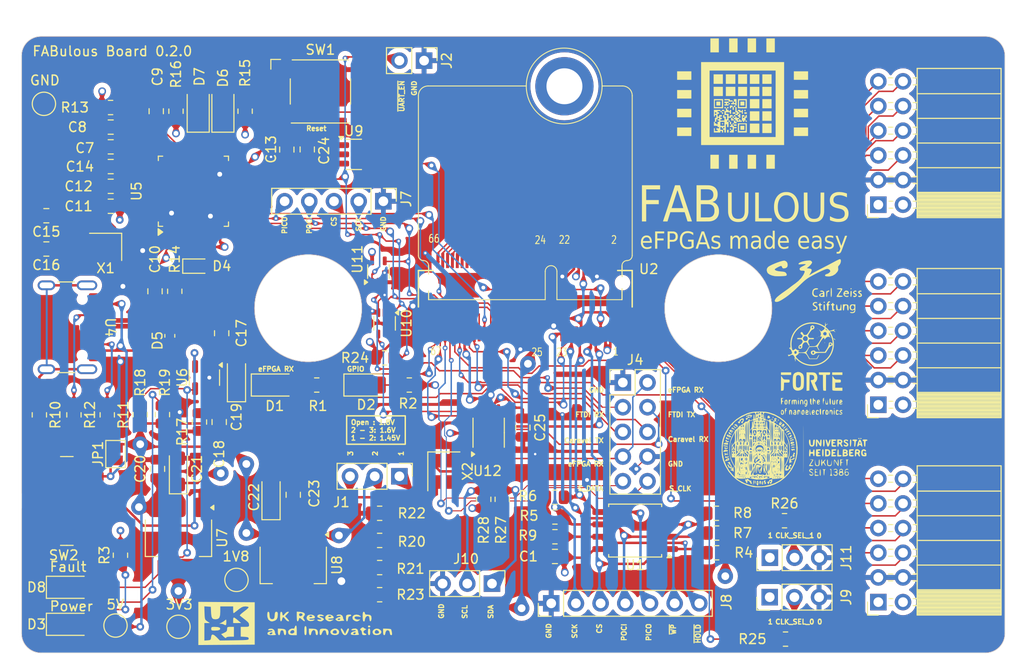
<source format=kicad_pcb>
(kicad_pcb (version 20240108) (generator "pcbnew") (generator_version "8.0")
  (title_block (title "FABulous Board") (date "2024-07-23") (rev "0.2.0"))
  (layers (0 "F.Cu" signal) (1 "In1.Cu" power "GND") (2 "In2.Cu" power "PWR") (31 "B.Cu" signal) (34 "B.Paste" user) (35 "F.Paste" user) (36 "B.SilkS" user "B.Silkscreen") (37 "F.SilkS" user "F.Silkscreen") (38 "B.Mask" user) (39 "F.Mask" user) (44 "Edge.Cuts" user))
  (net 0 "")
  (net 1 "GND")
  (net 2 "+1V8")
  (net 3 "/PC Connection/VCCCORE")
  (net 4 "/PC Connection/VCCA")
  (net 5 "Net-(D1-A)")
  (net 6 "Net-(D2-A)")
  (net 7 "/Caravel Connections/GPIO")
  (net 8 "Net-(D6-A)")
  (net 9 "/~{UART_EN}")
  (net 10 "/PC Connection/~{RESET}")
  (net 11 "/FTDI_SPI.SCK")
  (net 12 "Net-(U4-CC2)")
  (net 13 "Net-(U4-CC1)")
  (net 14 "/FTDI_SPI.CS")
  (net 19 "/UART.RX")
  (net 20 "/UART.TX")
  (net 21 "+5V")
  (net 22 "/Caravel Connections/~{RST}")
  (net 32 "/efpga_uart_rx")
  (net 43 "/Power Management/ADJ_1_6")
  (net 44 "/PC Connection/Oscillator/OSC1")
  (net 45 "/PC Connection/Oscillator/OSC2")
  (net 46 "/PC Connection/D-")
  (net 47 "/PC Connection/D+")
  (net 48 "/PC Connection/RX_LED")
  (net 49 "/PC Connection/TX_LED")
  (net 50 "/Power Management/ADJ")
  (net 51 "/Power Management/ADJ_1_45")
  (net 52 "/PC Connection/Shield")
  (net 53 "Net-(D3-A)")
  (net 54 "Net-(D7-A)")
  (net 55 "/Caravel Connections/fpga_rx_led")
  (net 56 "/PC Connection/REF")
  (net 57 "Net-(J9-Pin_2)")
  (net 59 "/FC.clock_select_0")
  (net 60 "/I2C.SCL")
  (net 61 "/I2C.SDA")
  (net 62 "/FC.clock_select_1")
  (net 63 "/CLK_caravel")
  (net 64 "/FC.external_clock")
  (net 65 "Net-(J11-Pin_2)")
  (net 66 "/PC Connection/VBUS")
  (net 67 "/PC Connection/~{MR}")
  (net 68 "/FTDI_UART_RX")
  (net 69 "/FTDI_UART_TX")
  (net 70 "/Flash_SPI.CS")
  (net 71 "/Flash_SPI.SCK")
  (net 72 "/Flash_SPI.POCI")
  (net 73 "/Flash_SPI.PICO")
  (net 74 "/FTDI_SPI.PICO")
  (net 75 "/FTDI_SPI.POCI")
  (net 76 "/~{Flash_HOLD}")
  (net 77 "/~{Flash_WP}")
  (net 80 "/Caravel Connections/mprj_io.37")
  (net 81 "/Caravel Connections/mprj_io.36")
  (net 82 "/Caravel Connections/mprj_io.20")
  (net 83 "/Caravel Connections/mprj_io.19")
  (net 84 "/Caravel Connections/mprj_io.21")
  (net 85 "/Caravel Connections/mprj_io.14")
  (net 86 "/Caravel Connections/mprj_io.16")
  (net 87 "/Caravel Connections/mprj_io.17")
  (net 88 "/Caravel Connections/mprj_io.18")
  (net 89 "/Caravel Connections/mprj_io.15")
  (net 90 "/Caravel Connections/mprj_io.24")
  (net 91 "/Caravel Connections/mprj_io.25")
  (net 92 "/Caravel Connections/mprj_io.22")
  (net 93 "/Caravel Connections/mprj_io.28")
  (net 94 "/Caravel Connections/mprj_io.23")
  (net 95 "/Caravel Connections/mprj_io.27")
  (net 96 "/Caravel Connections/mprj_io.26")
  (net 97 "/Caravel Connections/mprj_io.29")
  (net 98 "/Caravel Connections/mprj_io.35")
  (net 99 "/Caravel Connections/mprj_io.33")
  (net 100 "/Caravel Connections/mprj_io.32")
  (net 101 "/Caravel Connections/mprj_io.34")
  (net 102 "/Caravel Connections/mprj_io.31")
  (net 103 "/Caravel Connections/mprj_io.30")
  (net 104 "+3V3")
  (net 106 "Net-(U12-XA)")
  (net 109 "Net-(U12-XB)")
  (net 110 "/Bitbang.S_DATA")
  (net 111 "/Bitbang.S_CLK")
  (net 112 "unconnected-(U12-CLK2-Pad6)")
  (net 113 "Net-(U6-ILIM)")
  (net 114 "Net-(D8-A)")
  (net 115 "Net-(D8-K)")
  (net 116 "Net-(SW2-C)")
  (footprint "Resistor_SMD:R_0805_2012Metric" (layer "F.Cu") (at 158.496 117.475)
    (property "Reference" "R5")
    (property "Value" "10k")
  )
  (footprint "MicroMod-Sparkfun:M.2-CONNECTOR-E" (layer "F.Cu") (at 155.448 93.345)
    (property "Reference" "U2")
    (property "Value" "C2977809" (hide yes))
  )
  (footprint "Connector_PinHeader_2.54mm:PinHeader_1x03_P2.54mm_Vertical" (layer "F.Cu") (at 142.494 113.284 -90)
    (property "Reference" "J1")
    (property "Value" "Conn_01x03_Pin")
  )
  (footprint "Capacitor_Tantalum_SMD:CP_EIA-3216-10_Kemet-I" (layer "F.Cu") (at 129.286 115.443 90)
    (property "Reference" "C22")
    (property "Value" "4.7uF")
  )
  (footprint "Connector_PinHeader_2.54mm:PinHeader_1x03_P2.54mm_Vertical" (layer "F.Cu") (at 180.609 121.666 90)
    (property "Reference" "J11")
    (property "Value" "Conn_01x03_Pin")
  )
  (footprint "Resistor_SMD:R_0805_2012Metric" (layer "F.Cu") (at 126.619 75.692 -90)
    (property "Reference" "R15")
    (property "Value" "150")
  )
  (footprint "Resistor_SMD:R_0805_2012Metric" (layer "F.Cu") (at 140.97 101.092)
    (property "Reference" "R24")
    (property "Value" "10k")
  )
  (footprint "Resistor_SMD:R_0805_2012Metric" (layer "F.Cu") (at 133.988 103.886 180)
    (property "Reference" "R1")
    (property "Value" "82")
  )
  (footprint "Resistor_SMD:R_0805_2012Metric" (layer "F.Cu") (at 140.462 117.094 180)
    (property "Reference" "R22")
    (property "Value" "330")
  )
  (footprint "Package_TO_SOT_SMD:SOT-23-5" (layer "F.Cu") (at 137.795 80.137)
    (property "Reference" "U9")
    (property "Value" "MCP1319MT-29LE-OT")
  )
  (footprint "MicroMod-Sparkfun:MicroMod-Standoff" (layer "F.Cu") (at 159.473675 73.1235)
    (property "Reference" "H1" (hide yes))
    (property "Value" "M.2 Standoff")
  )
  (footprint "Package_SO:MSOP-10_3x3mm_P0.5mm" (layer "F.Cu") (at 151.676987 108.796076 90)
    (property "Reference" "U12")
    (property "Value" "SI5351A-B-GTR")
  )
  (footprint "Resistor_SMD:R_0805_2012Metric" (layer "F.Cu") (at 158.496 115.443)
    (property "Reference" "R6")
    (property "Value" "10k")
  )
  (footprint "Resistor_SMD:R_0805_2012Metric" (layer "F.Cu") (at 151.168987 115.654076 90)
    (property "Reference" "R28")
    (property "Value" "2k")
  )
  (footprint "Connector_PinHeader_2.54mm:PinHeader_1x05_P2.54mm_Vertical" (layer "F.Cu") (at 140.843 84.963 -90)
    (property "Reference" "J7")
    (property "Value" "Conn_01x05_Pin")
  )
  (footprint "Package_TO_SOT_SMD:SOT-23-6" (layer "F.Cu") (at 122.428 103.124 -90)
    (property "Reference" "U6")
    (property "Value" "~")
  )
  (footprint "Capacitor_SMD:C_0805_2012Metric" (layer "F.Cu") (at 112.79 85.479884)
    (property "Reference" "C11")
    (property "Value" "0.1uF")
  )
  (footprint "Resistor_SMD:R_0805_2012Metric" (layer "F.Cu") (at 112.776 75.311)
    (property "Reference" "R13")
    (property "Value" "10k")
  )
  (footprint "Resistor_SMD:R_0805_2012Metric" (layer "F.Cu") (at 121.92 107.696 -90)
    (property "Reference" "R17")
    (property "Value" "49.9k")
  )
  (footprint "Button_Switch_SMD:SW_SPST_Omron_B3FS-101xP" (layer "F.Cu") (at 134.366 73.66)
    (property "Reference" "SW1")
    (property "Value" "Tactile Switch")
  )
  (footprint "Customized:USB_C_Receptacle_GCT_USB4105-xx-A_16P_TopMnt_Horizontal" (layer "F.Cu") (at 107.247 97.93991 -90)
    (property "Reference" "U4")
    (property "Value" "GT-USB-7010ASV")
  )
  (footprint "Capacitor_SMD:C_0805_2012Metric" (layer "F.Cu") (at 117.602 112.522 90)
    (property "Reference" "C20")
    (property "Value" "10uF")
  )
  (footprint "Package_TO_SOT_SMD:Texas_R-PDSO-G5_DCK-5" (layer "F.Cu") (at 140.335 92.202 90)
    (property "Reference" "U11")
    (property "Value" "SN74LVC1G125DCKR")
  )
  (footprint "Resistor_SMD:R_0805_2012Metric" (layer "F.Cu") (at 109.0057 106.956884 -90)
    (property "Reference" "R12")
    (property "Value" "5.1k")
  )
  (footprint "Capacitor_SMD:C_0805_2012Metric" (layer "F.Cu") (at 106.166 86.453)
    (property "Reference" "C15")
    (property "Value" "10pF")
  )
  (footprint "TestPoint:TestPoint_Pad_D2.0mm" (layer "F.Cu") (at 119.761 128.778 -90)
    (property "Reference" "TP3" (hide yes))
    (property "Value" "TestPoint")
  )
  (footprint "Capacitor_Tantalum_SMD:CP_EIA-3216-10_Kemet-I" (layer "F.Cu") (at 119.761 112.776 90)
    (property "Reference" "C21")
    (property "Value" "22uF")
  )
  (footprint "Resistor_SMD:R_0805_2012Metric" (layer "F.Cu") (at 112.4347 106.956884 -90)
    (property "Reference" "R11")
    (property "Value" "5.1k")
  )
  (footprint "Resistor_SMD:R_0805_2012Metric" (layer "F.Cu") (at 175.133 121.158 180)
    (property "Reference" "R4")
    (property "Value" "10k")
  )
  (footprint "Customized:PinSocket_2x06_P2.54mm_Horizontal" (layer "F.Cu") (at 191.77 105.918 180)
    (property "Reference" "J5" (hide yes))
    (property "Value" "Conn_02x06_Top_Bottom")
  )
  (footprint "Connector_PinHeader_2.54mm:PinHeader_2x05_P2.54mm_Vertical" (layer "F.Cu") (at 165.481 103.632)
    (property "Reference" "J4")
    (property "Value" "Conn_02x05_Odd_Even")
  )
  (footprint "Resistor_SMD:R_0805_2012Metric" (layer "F.Cu") (at 119.507 75.692 -90)
    (property "Reference" "R16")
    (property "Value" "150")
  )
  (footprint "Resistor_SMD:R_0805_2012Metric" (layer "F.Cu") (at 118.11 106.934 90)
    (property "Reference" "R19")
    (property "Value" "150")
  )
  (footprint "Resistor_SMD:R_0805_2012Metric" (layer "F.Cu") (at 175.1095 117.094 180)
    (property "Reference" "R8")
    (property "Value" "10k")
  )
  (footprint "Connector_PinHeader_2.54mm:PinHeader_1x07_P2.54mm_Vertical" (layer "F.Cu") (at 158.115 126.365 90)
    (property "Reference" "J8")
    (property "Value" "Conn_01x07_Pin")
  )
  (footprint "Capacitor_SMD:C_0805_2012Metric" (layer "F.Cu") (at 117.348 94.234 90)
    (property "Reference" "C10")
    (property "Value" "0.1uF")
  )
  (footprint "Capacitor_SMD:C_0805_2012Metric" (layer "F.Cu") (at 158.496 121.539)
    (property "Reference" "C1")
    (property "Value" "0.1uF")
  )
  (footprint "Logos:ukripluslogo" (layer "F.Cu") (at 131.699 128.397)
    (property "Reference" "T5" (hide yes))
    (property "Value" "LOGO" (hide yes))
  )
  (footprint "Resistor_SMD:R_0805_2012Metric" (layer "F.Cu") (at 140.462 119.888 180)
    (property "Reference" "R20")
    (property "Value" "220")
  )
  (footprint "Package_TO_SOT_SMD:SOT-223-3_TabPin2" (layer "F.Cu") (at 119.761 119.634 -90)
    (property "Reference" "U7")
    (property "Value" "AMS1117-3_3")
  )
  (footprint "Resistor_SMD:R_0805_2012Metric" (layer "F.Cu") (at 182.118 117.856 180)
    (property "Reference" "R26")
    (property "Value" "10k")
  )
  (footprint "Logos:carl_zeiss_stiftung" (layer "F.Cu") (at 185.166 93.726)
    (property "Reference" "T2" (hide yes))
    (property "Value" "LOGO" (hide yes))
  )
  (footprint "Package_SO:SOIC-8_5.23x5.23mm_P1.27mm" (layer "F.Cu") (at 166.751 118.872 180)
    (property "Reference" "U1")
    (property "Value" "W25Q32JVSSIQ")
  )
  (footprint "Resistor_SMD:R_0805_2012Metric" (layer "F.Cu") (at 158.496 119.507)
    (property "Reference" "R9")
    (property "Value" "10k")
  )
  (footprint "Capacitor_SMD:C_0805_2012Metric" (layer "F.Cu") (at 112.79 79.361 180)
    (property "Reference" "C7")
    (property "Value" "0.1uF")
  )
  (footprint "Crystal:Crystal_SMD_3225-4Pin_3.2x2.5mm" (layer "F.Cu") (at 147.066 112.776 -90)
    (property "Reference" "X2")
    (property "Value" "NX3225GA-25_000M-STD-CRG-2")
  )
  (footprint "Capacitor_SMD:C_0805_2012Metric" (layer "F.Cu") (at 130.909 79.643 90)
    (property "Reference" "C13")
    (property "Value" "0.1uF")
  )
  (footprint "Capacitor_SMD:C_0805_2012Metric" (layer "F.Cu") (at 124.206 98.552 90)
    (property "Reference" "C17")
    (property "Value" "100nF")
  )
  (footprint "TestPoint:TestPoint_Pad_D2.0mm" (layer "F.Cu") (at 113.283 128.651 180)
    (property "Reference" "TP2" (hide yes))
    (property "Value" "TestPoint")
  )
  (footprint "Resistor_SMD:R_0805_2012Metric" (layer "F.Cu") (at 175.133 119.126 180)
    (property "Reference" "R7")
    (property "Value" "10k")
  )
  (footprint "Resistor_SMD:R_0805_2012Metric" (layer "F.Cu") (at 115.824 106.934 90)
    (property "Reference" "R18")
    (property "Value" "100k")
  )
  (footprint "Capacitor_SMD:C_0805_2012Metric" (layer "F.Cu") (at 155.194 108.27 90)
    (property "Reference" "C25")
    (property "Value" "10u")
  )
  (footprint "LED_SMD:LED_1206_3216Metric" (layer "F.Cu") (at 129.543 103.886)
    (property "Reference" "D1")
    (property "Value" "C434440")
  )
  (footprint "TestPoint:TestPoint_Pad_D2.0mm" (layer "F.Cu") (at 125.73 123.952)
    (property "Reference" "TP4" (hide yes))
    (property "Value" "TestPoint")
  )
  (footprint "Capacitor_SMD:C_0805_2012Metric" (layer "F.Cu") (at 112.79 77.329 180)
    (property "Reference" "C8")
    (property "Value" "0.1uF")
  )
  (footprint "Logos:FORTE_logo_square" (layer "F.Cu") (at 184.912 102.108)
    (property "Reference" "T3" (hide yes))
    (property "Value" "LOGO" (hide yes))
  )
  (footprint "Connector_PinHeader_2.54mm:PinHeader_1x02_P2.54mm_Vertical" (layer "F.Cu") (at 145.034 70.485 -90)
    (property "Reference" "J2")
    (property "Value" "Conn_01x02_Pin")
  )
  (footprint "Customized:PinSocket_2x06_P2.54mm_Horizontal" (layer "F.Cu") (at 191.77 126.238 180)
    (property "Reference" "J6" (hide yes))
    (property "Value" "Conn_02x06_Top_Bottom")
  )
  (footprint "Connector_PinHeader_2.54mm:PinHeader_1x03_P2.54mm_Vertical" (layer "F.Cu") (at 180.594 125.73 90)
    (property "Reference" "J9")
    (property "Value" "Conn_01x03_Pin")
  )
  (footprint "Capacitor_SMD:C_0805_2012Metric" (layer "F.Cu") (at 112.79 83.425)
    (property "Reference" "C12")
    (property "Value" "0.1uF")
  )
  (footprint "Resistor_SMD:R_0805_2012Metric" (layer "F.Cu") (at 140.462 125.476 180)
    (property "Reference" "R23")
    (property "Value" "120")
  )
  (footprint "Capacitor_SMD:C_0805_2012Metric" (layer "F.Cu") (at 112.79 81.393)
    (property "Reference" "C14")
    (property "Value" "0.1uF")
  )
  (footprint "Diode_SMD:D_0603_1608Metric" (layer "F.Cu") (at 121.683975 91.643763)
    (property "Reference" "D4")
    (property "Value" "PGB1010603NR")
  )
  (footprint "Logos:fabulous_logo_qr_code_generated_25mm" (layer "F.Cu") (at 177.8 78.994)
    (property "Reference" "T1" (hide yes))
    (property "Value" "LOGO" (hide yes))
  )
  (footprint "Resistor_SMD:R_0805_2012Metric" (layer "F.Cu") (at 153.073987 115.654076 90)
    (property "Reference" "R27")
    (property "Value" "2k")
  )
  (footprint "Resistor_SMD:R_0805_2012Metric" (layer "F.Cu") (at 113.792 121.412 -90)
    (property "Reference" "R3")
    (property "Value" "82")
  )
  (footprint "Package_TO_SOT_SMD:Texas_R-PDSO-G5_DCK-5" (layer "F.Cu") (at 140.97 97.536 -90)
    (property "Reference" "U10")
    (property "Value" "SN74LVC1G125DCKR")
  )
  (footprint "Jumper:SolderJumper-2_P1.3mm_Open_Pad1.0x1.5mm" (layer "F.Cu") (at 113.284 110.998 90)
    (property "Reference" "JP1")
    (property "Value" "SolderJumper_2_Open")
  )
  (footprint "Resistor_SMD:R_0805_2012Metric" (layer "F.Cu") (at 119.38 94.234 90)
    (property "Reference" "R14")
    (property "Value" "12K")
  )
  (footprint "Customized:SPDT_Switch" (layer "F.Cu") (at 108.204 115.824 180)
    (property "Reference" "SW2")
    (property "Value" "SW_SPDT")
  )
  (footprint "Capacitor_SMD:C_0805_2012Metric" (layer "F.Cu") (at 133.012 79.629 90)
    (property "Reference" "C24")
    (property "Value" "0.1uF")
  )
  (footprint "Capacitor_SMD:C_0805_2012Metric" (layer "F.Cu") (at 123.952 107.696 -90)
    (property "Reference" "C18")
    (property "Value" "100nF")
  )
  (footprint "Resistor_SMD:R_0805_2012Metric" (layer "F.Cu") (at 182.2215 130.048 180)
    (property "Reference" "R25")
    (property "Value" "10k")
  )
  (footprint "Connector_PinHeader_2.54mm:PinHeader_1x03_P2.54mm_Vertical" (layer "F.Cu") (at 152.019 124.333 -90)
    (property "Reference" "J10")
    (property "Value" "Conn_01x03_Pin")
  )
  (footprint "LED_SMD:LED_1206_3216Metric" (layer "F.Cu") (at 108.458 124.714)
    (property "Reference" "D8")
    (property "Value" "Red")
  )
  (footprint "Capacitor_SMD:C_0805_2012Metric" (layer "F.Cu") (at 117.475 75.692 -90)
    (property "Reference" "C9")
    (property "Value" "0.1uF")
  )
  (footprint "Package_TO_SOT_SMD:SOT-223-3_TabPin2" (layer "F.Cu") (at 131.572 122.428 -90)
    (property "Reference" "U8")
    (property "Value" "SPX1117M3-L_TR")
  )
  (footprint "Capacitor_Tantalum_SMD:CP_EIA-3216-10_Kemet-I" (layer "F.Cu") (at 125.73 103.298 90)
    (property "Reference" "C19")
    (property "Value" "22uF")
  )
  (footprint "LED_SMD:LED_1206_3216Metric" (layer "F.Cu") (at 108.458 128.524)
    (property "Reference" "D3")
    (property "Value" "C965826")
  )
  (footprint "LED_SMD:LED_1206_3216Metric" (layer "F.Cu") (at 139.068 103.886)
    (property "Reference" "D2")
    (property "Value" "C965822")
  )
  (footprint "Capacitor_SMD:C_0805_2012Metric" (layer "F.Cu") (at 106.166 89.882)
    (property "Reference" "C16")
    (property "Value" "10pF")
  )
  (footprint "Capacitor_SMD:C_0805_2012Metric" (layer "F.Cu") (at 131.572 115.189 90)
    (property "Reference" "C23")
    (property "Value" "10uF")
  )
  (footprint "Crystal:Crystal_SMD_2520-4Pin_2.5x2.0mm" (layer "F.Cu") (at 112.268 89.662 180)
    (property "Reference" "X1")
    (property "Value" "TXM12M0004252DBCEO00T")
  )
  (footprint "Resistor_SMD:R_0805_2012Metric" (layer "F.Cu") (at 105.4497 106.956884 -90)
    (property "Reference" "R10")
    (property "Value" "0")
  )
  (footprint "Resistor_SMD:R_0805_2012Metric" (layer "F.Cu") (at 140.462 122.682)
    (property "Reference" "R21")
    (property "Value" "510")
  )
  (footprint "Customized:PinSocket_2x06_P2.54mm_Horizontal" (layer "F.Cu") (at 191.77 85.319 180)
    (property "Reference" "J3" (hide yes))
    (property "Value" "Conn_02x06_Top_Bottom")
  )
  (footprint "LED_SMD:LED_1206_3216Metric" (layer "F.Cu") (at 124.333 75.565 90)
    (property "Reference" "D6")
    (property "Value" "C965826")
  )
  (footprint "Resistor_SMD:R_0805_2012Metric" (layer "F.Cu") (at 143.513 103.886 180)
    (property "Reference" "R2")
    (property "Value" "82")
  )
  (footprint "Logos:heidelberg-university-logo" (layer "F.Cu") (at 183.134 110.49)
    (property "Reference" "T4" (hide yes))
    (property "Value" "LOGO" (hide yes))
  )
  (footprint "TestPoint:TestPoint_Pad_D2.0mm" (layer "F.Cu") (at 105.918 74.93)
    (property "Reference" "TP1" (hide yes))
    (property "Value" "TestPoint")
  )
  (footprint "LED_SMD:LED_1206_3216Metric" (layer "F.Cu") (at 121.793 75.565 90)
    (property "Reference" "D7")
    (property "Value" "C965826")
  )
  (footprint "Capacitor_SMD:C_0603_1608Metric" (layer "F.Cu") (at 118.872 98.819 -90)
    (property "Reference" "D5")
    (property "Value" "PGB1010603NR")
  )
  (footprint "Package_QFP:LQFP-48-1EP_7x7mm_P0.5mm_EP3.6x3.6mm" (layer "F.Cu") (at 121.299 83.933 90)
    (property "Reference" "U5")
    (property "Value" "FT232H")
  )
  (gr_arc (start 202.8057 67.976884) (mid 204.219914 68.56267) (end 204.8057 69.976884) (stroke (width 0.05)) (layer "Edge.Cuts"))
  (gr_line (start 103.6057 129.476884) (end 103.6057 69.976884) (stroke (width 0.05)) (layer "Edge.Cuts"))
  (gr_circle (center 133.1057 95.976884) (end 138.6057 95.976884) (stroke (width 0.05)) (fill none) (layer "Edge.Cuts"))
  (gr_line (start 202.8057 131.476884) (end 105.6057 131.476884) (stroke (width 0.05)) (layer "Edge.Cuts"))
  (gr_arc (start 103.6057 69.976884) (mid 104.191492 68.562681) (end 105.6057 67.976884) (stroke (width 0.05)) (layer "Edge.Cuts"))
  (gr_line (start 204.8057 69.976884) (end 204.8057 129.476884) (stroke (width 0.05)) (layer "Edge.Cuts"))
  (gr_arc (start 105.6057 131.476884) (mid 104.191486 130.891098) (end 103.6057 129.476884) (stroke (width 0.05)) (layer "Edge.Cuts"))
  (gr_circle (center 175.3057 95.976884) (end 180.8057 95.976884) (stroke (width 0.05)) (fill none) (layer "Edge.Cuts"))
  (gr_arc (start 204.8057 129.476884) (mid 204.219919 130.891108) (end 202.8057 131.476884) (stroke (width 0.05)) (layer "Edge.Cuts"))
  (gr_line (start 105.6057 67.976884) (end 202.8057 67.976884) (stroke (width 0.05)) (layer "Edge.Cuts"))
  (gr_text "Reset\n" (at 132.842 77.47 0) (layer "F.SilkS") (effects (font (size 0.5 0.5) (thickness 0.125)) (justify left)))
  (gr_text "SCL" (at 149.225 128.016 90) (layer "F.SilkS") (effects (font (size 0.5 0.5) (thickness 0.125)) (justify left)))
  (gr_text "GND" (at 140.843 88.138 90) (layer "F.SilkS") (effects (font (size 0.5 0.5) (thickness 0.125)) (justify left)))
  (gr_text "Caravel TX" (at 159.385 109.601 0) (layer "F.SilkS") (effects (font (size 0.5 0.5) (thickness 0.125)) (justify left)))
  (gr_text "3" (at 137.464037 111.252 90) (layer "F.SilkS") (effects (font (size 0.5 0.5) (thickness 0.125)) (justify left)))
  (gr_text "GND" (at 144.018 74.168 90) (layer "F.SilkS") (effects (font (size 0.5 0.5) (thickness 0.125)) (justify left)))
  (gr_text "1" (at 180.34 119.38 0) (layer "F.SilkS") (effects (font (size 0.5 0.5) (thickness 0.125)) (justify left)))
  (gr_text "GND" (at 157.861 130.048 90) (layer "F.SilkS") (effects (font (size 0.5 0.5) (thickness 0.125)) (justify left)))
  (gr_text "GND" (at 146.812 128.016 90) (layer "F.SilkS") (effects (font (size 0.5 0.5) (thickness 0.125)) (justify left)))
  (gr_text "GND" (at 104.394 72.517 0) (layer "F.SilkS") (effects (font (size 1 1)) (justify left)))
  (gr_text "0" (at 186.000538 119.35647 180) (layer "F.SilkS") (effects (font (size 0.5 0.5) (thickness 0.125)) (justify left)))
  (gr_text "SDA" (at 151.892 128.016 90) (layer "F.SilkS") (effects (font (size 0.5 0.5) (thickness 0.125)) (justify left)))
  (gr_text "CLK_SEL_0" (at 181.102 128.27 0) (layer "F.SilkS") (effects (font (size 0.5 0.5) (thickness 0.125)) (justify left)))
  (gr_text "FTDI TX" (at 170.053 106.934 0) (layer "F.SilkS") (effects (font (size 0.5 0.5) (thickness 0.125)) (justify left)))
  (gr_text "GPIO" (at 137.033 102.235 0) (layer "F.SilkS") (effects (font (size 0.5 0.5) (thickness 0.125)) (justify left)))
  (gr_text "Power" (at 106.426 127.254 0) (layer "F.SilkS") (effects (font (size 1 1)) (justify left bottom)))
  (gr_text "S_CLK" (at 170.18 114.554 0) (layer "F.SilkS") (effects (font (size 0.5 0.5) (thickness 0.125)) (justify left)))
  (gr_text "0" (at 185.42 128.27 0) (layer "F.SilkS") (effects (font (size 0.5 0.5) (thickness 0.125)) (justify left)))
  (gr_text "eFPGA RX" (at 159.766 112.014 0) (layer "F.SilkS") (effects (font (size 0.5 0.5) (thickness 0.125)) (justify left)))
  (gr_text "PICO" (at 168.148 130.302 90) (layer "F.SilkS") (effects (font (size 0.5 0.5) (thickness 0.125)) (justify left)))
  (gr_text "5V\n" (at 112.268 126.492 0) (layer "F.SilkS") (effects (font (size 1 1)) (justify left)))
  (gr_text "S_DATA" (at 160.782 114.546814 0) (layer "F.SilkS") (effects (font (size 0.5 0.5) (thickness 0.125)) (justify left)))
  (gr_text "~{WP}" (at 170.688 129.667 90) (layer "F.SilkS") (effects (font (size 0.5 0.5) (thickness 0.125)) (justify left)))
  (gr_text "SCK" (at 160.528 130.048 90) (layer "F.SilkS") (effects (font (size 0.5 0.5) (thickness 0.125)) (justify left)))
  (gr_text "eFPGA RX" (at 127.889 102.235 0) (layer "F.SilkS") (effects (font (size 0.5 0.5) (thickness 0.125)) (justify left)))
  (gr_text "CS" (at 163.068 129.54 90) (layer "F.SilkS") (effects (font (size 0.5 0.5) (thickness 0.125)) (justify left)))
  (gr_text "PICO" (at 130.683 88.392 90) (layer "F.SilkS") (effects (font (size 0.5 0.5) (thickness 0.125)) (justify left)))
  (gr_text "GND" (at 161.925 104.394 0) (layer "F.SilkS") (effects (font (size 0.5 0.5) (thickness 0.125)) (justify left)))
  (gr_text "CS" (at 135.763 87.63 90) (layer "F.SilkS") (effects (font (size 0.5 0.5) (thickness 0.125)) (justify left)))
  (gr_text "GND" (at 170.053 112.014 0) (layer "F.SilkS") (effects (font (size 0.5 0.5) (thickness 0.125)) (justify left)))
  (gr_text "1V8" (at 124.206 121.539 0) (layer "F.SilkS") (effects (font (size 1 1)) (justify left)))
  (gr_text "3V3" (at 118.364 126.492 0) (layer "F.SilkS") (effects (font (size 1 1)) (justify left)))
  (gr_text "eFPGA RX" (at 170.053 104.394 0) (layer "F.SilkS") (effects (font (size 0.5 0.5) (thickness 0.125)) (justify left)))
  (gr_text "POCI" (at 133.223 88.392 90) (layer "F.SilkS") (effects (font (size 0.5 0.5) (thickness 0.125)) (justify left)))
  (gr_text "~{UART_EN}" (at 142.748 75.819 90) (layer "F.SilkS") (effects (font (size 0.5 0.5) (thickness 0.125)) (justify left)))
  (gr_text "~{HOLD}" (at 173.228 130.556 90) (layer "F.SilkS") (effects (font (size 0.5 0.5) (thickness 0.125)) (justify left)))
  (gr_text "FABulous Board ${REVISION}" (at 104.648 70.104 0) (layer "F.SilkS") (effects (font (size 1 1)) (justify left bottom)))
  (gr_text "1" (at 142.671037 111.252 90) (layer "F.SilkS") (effects (font (size 0.5 0.5) (thickness 0.125)) (justify left)))
  (gr_text "1" (at 180.34 128.27 0) (layer "F.SilkS") (effects (font (size 0.5 0.5) (thickness 0.125)) (justify left)))
  (gr_text "2" (at 140.004037 111.252 90) (layer "F.SilkS") (effects (font (size 0.5 0.5) (thickness 0.125)) (justify left)))
  (gr_text "FTDI RX" (at 160.528 106.934 0) (layer "F.SilkS") (effects (font (size 0.5 0.5) (thickness 0.125)) (justify left)))
  (gr_text "POCI" (at 165.608 130.302 90) (layer "F.SilkS") (effects (font (size 0.5 0.5) (thickness 0.125)) (justify left)))
  (gr_text "CLK_SEL_1" (at 181.102 119.38 0) (layer "F.SilkS") (effects (font (size 0.5 0.5) (thickness 0.125)) (justify left)))
  (gr_text "Caravel RX" (at 170.053 109.474 0) (layer "F.SilkS") (effects (font (size 0.5 0.5) (thickness 0.125)) (justify left)))
  (gr_text "Fault" (at 106.426 123.19 0) (layer "F.SilkS") (effects (font (size 1 1)) (justify left bottom)))
  (gr_text "SCK" (at 138.303 88.138 90) (layer "F.SilkS") (effects (font (size 0.5 0.5) (thickness 0.125)) (justify left)))
  (gr_text_box "Open : 1.8V\n2 - 3: 1.6V\n1 - 2: 1.45V" (start 137.06475 107.061) (end 143.09725 109.982) (layer "F.SilkS") (effects (font (size 0.5 0.5) (thickness 0.125)) (justify left top)) (border yes) (stroke (width 0.15)))
  (segment (start 123.549 86.995884) (end 123.049 86.495884) (width 0.254) (layer "F.Cu") (net 1))
  (segment (start 117.076384 86.622884) (end 117.1365 86.683) (width 0.1524) (layer "F.Cu") (net 1))
  (segment (start 160.448 91.9522) (end 159.6878 92.7124) (width 0.254) (layer "F.Cu") (net 1))
  (segment (start 123.049 88.0955) (end 123.049 85.683) (width 0.254) (layer "F.Cu") (net 1))
  (segment (start 123.049 82.183) (end 124.0057 82.183) (width 0.254) (layer "F.Cu") (net 1))
  (segment (start 119.044292 81.678292) (end 121.299 83.933) (width 0.254) (layer "F.Cu") (net 1))
  (segment (start 160.448 91.07) (end 160.448 91.9522) (width 0.254) (layer "F.Cu") (net 1))
  (segment (start 123.049 82.183) (end 121.299 83.933) (width 0.254) (layer "F.Cu") (net 1))
  (segment (start 122.549 88.0955) (end 122.549 87.003884) (width 0.254) (layer "F.Cu") (net 1))
  (segment (start 151.892 104.902) (end 151.676987 105.117013) (width 0.254) (layer "F.Cu") (net 1))
  (segment (start 151.676987 105.117013) (end 151.676987 106.683576) (width 0.254) (layer "F.Cu") (net 1))
  (segment (start 161.948 91.844) (end 162.814 92.71) (width 0.254) (layer "F.Cu") (net 1))
  (segment (start 117.1365 86.183) (end 117.1365 86.683) (width 0.254) (layer "F.Cu") (net 1))
  (segment (start 154.94 100.203) (end 155.321 100.203) (width 0.254) (layer "F.Cu") (net 1))
  (segment (start 119.049 81.673584) (end 119.044292 81.678292) (width 0.254) (layer "F.Cu") (net 1))
  (segment (start 140.9954 94.5896) (end 140.97 94.615) (width 0.1524) (layer "F.Cu") (net 1))
  (segment (start 117.424 83.683) (end 121.049 83.683) (width 0.254) (layer "F.Cu") (net 1))
  (segment (start 159.6878 92.7124) (end 159.258 92.7124) (width 0.254) (layer "F.Cu") (net 1))
  (segment (start 161.948 91.07) (end 161.948 91.844) (width 0.254) (layer "F.Cu") (net 1))
  (segment (start 118.549 79.7705) (end 118.549 81.183) (width 0.254) (layer "F.Cu") (net 1))
  (segment (start 123.049 86.495884) (end 123.049 87.5955) (width 0.254) (layer "F.Cu") (net 1))
  (segment (start 166.878 112.395) (end 168.021 111.252) (width 0.1016) (layer "F.Cu") (net 1))
  (segment (start 140.9954 92.3544) (end 140.97 92.329) (width 0.1524) (layer "F.Cu") (net 1))
  (segment (start 120.049 88.0955) (end 120.049 85.183) (width 0.254) (layer "F.Cu") (net 1))
  (segment (start 123.549 81.683) (end 123.049 82.183) (width 0.254) (layer "F.Cu") (net 1))
  (segment (start 140.32 95.265) (end 140.32 96.206) (width 0.1524) (layer "F.Cu") (net 1))
  (segment (start 123.549 87.003884) (end 123.549 86.995884) (width 0.254) (layer "F.Cu") (net 1))
  (segment (start 117.424 83.183) (end 120.549 83.183) (width 0.254) (layer "F.Cu") (net 1))
  (segment (start 125.4615 81.683) (end 123.549 81.683) (width 0.254) (layer "F.Cu") (net 1))
  (segment (start 125.4615 82.183) (end 124.0057 82.183) (width 0.254) (layer "F.Cu") (net 1))
  (segment (start 122.549 86.995884) (end 123.049 86.495884) (width 0.254) (layer "F.Cu") (net 1))
  (segment (start 140.26 96.266) (end 140.32 96.206) (width 0.1524) (layer "F.Cu") (net 1))
  (segment (start 140.97 94.615) (end 140.32 95.265) (width 0.1524) (layer "F.Cu") (net 1))
  (segment (start 140.97 93.547) (end 140.985 93.532) (width 0.1524) (layer "F.Cu") (net 1))
  (segment (start 123.549 88.0955) (end 123.549 87.003884) (width 0.254) (layer "F.Cu") (net 1))
  (segment (start 155.321 100.203) (end 155.698 99.826) (width 0.254) (layer "F.Cu") (net 1))
  (segment (start 119.049 79.7705) (end 119.049 81.673584) (width 0.254) (layer "F.Cu") (net 1))
  (segment (start 122.936 103.124) (end 122.428 102.616) (width 0.1524) (layer "F.Cu") (net 1))
  (segment (start 139.7 96.266) (end 140.26 96.266) (width 0.1524) (layer "F.Cu") (net 1))
  (segment (start 112.77809 94.73991) (end 111.0255 94.73991) (width 0.254) (layer "F.Cu") (net 1))
  (segment (start 166.878 112.522) (end 166.878 112.395) (width 0.1016) (layer "F.Cu") (net 1))
  (segment (start 122.428 102.616) (end 122.428 101.9865) (width 0.1524) (layer "F.Cu") (net 1))
  (segment (start 140.985 92.344) (end 140.97 92.329) (width 0.1524) (layer "F.Cu") (net 1))
  (segment (start 117.1365 86.183) (end 119.049 86.183) (width 0.254) (layer "F.Cu") (net 1))
  (segment (start 123.049 85.683) (end 121.299 83.933) (width 0.254) (layer "F.Cu") (net 1))
  (segment (start 140.97 94.615) (end 140.97 93.547) (width 0.1524) (layer "F.Cu") (net 1))
  (segment (start 121.049 83.683) (end 121.299 83.933) (width 0.254) (layer "F.Cu") (net 1))
  (segment (start 122.549 85.183) (end 121.299 83.933) (width 0.254) (layer "F.Cu") (net 1))
  (segment (start 155.698 99.826) (end 155.698 98.62) (width 0.254) (layer "F.Cu") (net 1))
  (segment (start 120.049 85.183) (end 121.299 83.933) (width 0.254) (layer "F.Cu") (net 1))
  (segment (start 113.792 93.726) (end 112.77809 94.73991) (width 0.254) (layer "F.Cu") (net 1))
  (segment (start 119.049 86.183) (end 121.299 83.933) (width 0.254) (layer "F.Cu") (net 1))
  (segment (start 140.985 93.532) (end 140.985 92.344) (width 0.1524) (layer "F.Cu") (net 1))
  (segment (start 118.549 81.183) (end 119.044292 81.678292) (width 0.254) (layer "F.Cu") (net 1))
  (segment (start 110.927 101.13991) (end 113.45891 101.13991) (width 0.254) (layer "F.Cu") (net 1))
  (segment (start 114.046 93.726) (end 113.792 93.726) (width 0.254) (layer "F.Cu") (net 1))
  (segment (start 113.45891 101.13991) (end 113.792 101.473) (width 0.254) (layer "F.Cu") (net 1))
  (segment (start 118.549 79.134184) (end 118.549 80.058) (width 0.254) (layer "F.Cu") (net 1))
  (segment (start 120.549 83.183) (end 121.299 83.933) (width 0.254) (layer "F.Cu") (net 1))
  (segment (start 122.549 87.003884) (end 122.549 86.995884) (width 0.254) (layer "F.Cu") (net 1))
  (via (at 159.258 92.7124) (size 0.8) (drill 0.4) (layers "F.Cu" "B.Cu") (net 1))
  (via (at 158.369 97.79) (size 0.8) (drill 0.5) (layers "F.Cu" "B.Cu") (net 1))
  (via (at 161.798 113.665) (size 0.8) (drill 0.4) (layers "F.Cu" "B.Cu") (net 1))
  (via (at 151.892 104.902) (size 0.8) (drill 0.5) (layers "F.Cu" "B.Cu") (net 1))
  (via (at 140.97 92.329) (size 0.5) (drill 0.25) (layers "F.Cu" "B.Cu") (net 1))
  (via (at 136.525 124.079) (size 1.6) (drill 0.8) (layers "F.Cu" "B.Cu") (net 1))
  (via (at 140.97 94.615) (size 0.5) (drill 0.25) (layers "F.Cu" "B.Cu") (net 1))
  (via (at 162.814 92.71) (size 0.8) (drill 0.4) (layers "F.Cu" "B.Cu") (net 1))
  (via (at 113.792 101.473) (size 0.8) (drill 0.5) (layers "F.Cu" "B.Cu") (net 1))
  (via (at 166.878 112.522) (size 0.8) (drill 0.4) (layers "F.Cu" "B.Cu") (net 1))
  (via (at 123.049 86.495884) (size 0.8) (drill 0.5) (layers "F.Cu" "B.Cu") (net 1))
  (via (at 129.286 80.391) (size 0.5) (drill 0.25) (layers "F.Cu" "B.Cu") (net 1))
  (via (at 119.049 86.183) (size 0.8) (drill 0.5) (layers "F.Cu" "B.Cu") (net 1))
  (via (at 159.258 106.934) (size 0.5) (drill 0.25) (layers "F.Cu" "B.Cu") (net 1))
  (via (at 119.888 106.68) (size 0.8) (drill 0.4) (layers "F.Cu" "B.Cu") (net 1))
  (via (at 122.936 103.124) (size 0.8) (drill 0.4) (layers "F.Cu" "B.Cu") (net 1))
  (via (at 143.891 95.758) (size 0.8) (drill 0.5) (layers "F.Cu" "B.Cu") (net 1))
  (via (at 154.94 100.203) (size 0.8) (drill 0.4) (layers "F.Cu" "B.Cu") (net 1))
  (via (at 116.078 90.043) (size 0.8) (drill 0.5) (layers "F.Cu" "B.Cu") (net 1))
  (via (at 139.7 96.266) (size 0.5) (drill 0.25) (layers "F.Cu" "B.Cu") (net 1))
  (via (at 145.161 90.297) (size 0.5) (drill 0.25) (layers "F.Cu" "B.Cu") (net 1))
  (via (at 114.046 93.726) (size 0.8) (drill 0.5) (layers "F.Cu" "B.Cu") (net 1))
  (via (at 156.464 110.998) (size 0.5) (drill 0.25) (layers "F.Cu" "B.Cu") (net 1))
  (via (at 124.0057 82.183) (size 0.8) (drill 0.5) (layers "F.Cu" "B.Cu") (net 1))
  (segment (start 140.335 84.201) (end 140.462 84.074) (width 0.1524) (layer "B.Cu") (net 1))
  (segment (start 125.73 123.952) (end 129.946 123.952) (width 0.254) (layer "F.Cu") (net 2))
  (segment (start 131.572 116.647) (end 131.572 122.555) (width 0.254) (layer "F.Cu") (net 2))
  (segment (start 131.572 123.317) (end 131.572 125.578) (width 0.254) (layer "F.Cu") (net 2))
  (segment (start 156.464 97.028) (end 160.909 97.028) (width 0.254) (layer "F.Cu") (net 2))
  (segment (start 137.414 122.682) (end 132.207 122.682) (width 0.254) (layer "F.Cu") (net 2))
  (segment (start 154.94 126.746) (end 138.049 126.746) (width 0.254) (layer "F.Cu") (net 2))
  (segment (start 129.946 123.952) (end 131.572 125.578) (width 0.254) (layer "F.Cu") (net 2))
  (segment (start 132.207 122.682) (end 131.572 123.317) (width 0.254) (layer "F.Cu") (net 2))
  (segment (start 155.067 126.873) (end 154.94 126.746) (width 0.254) (layer "F.Cu") (net 2))
  (segment (start 160.909 97.028) (end 161.198 97.317) (width 0.254) (layer "F.Cu") (net 2))
  (segment (start 156.198 98.62) (end 156.198 97.294) (width 0.254) (layer "F.Cu") (net 2))
  (segment (start 164.698 97.388) (end 164.698 98.62) (width 0.254) (layer "F.Cu") (net 2))
  (segment (start 161.54 96.397) (end 163.707 96.397) (width 0.254) (layer "F.Cu") (net 2))
  (segment (start 161.198 97.317) (end 161.198 98.62) (width 0.254) (layer "F.Cu") (net 2))
  (segment (start 155.7202 101.695873) (end 156.198 101.218073) (width 0.254) (layer "F.Cu") (net 2))
  (segment (start 156.198 97.294) (end 156.464 97.028) (width 0.254) (layer "F.Cu") (net 2))
  (segment (start 131.445 116.52) (end 131.572 116.647) (width 0.254) (layer "F.Cu") (net 2))
  (segment (start 161.417 91.039) (end 161.448 91.07) (width 0.254) (layer "F.Cu") (net 2))
  (segment (start 137.414 122.682) (end 139.5495 122.682) (width 0.254) (layer "F.Cu") (net 2))
  (segment (start 131.572 122.555) (end 131.572 123.317) (width 0.254) (layer "F.Cu") (net 2))
  (segment (start 131.343 125.349) (end 131.572 125.578) (width 0.254) (layer "F.Cu") (net 2))
  (segment (start 138.049 126.746) (end 136.881 125.578) (width 0.254) (layer "F.Cu") (net 2))
  (segment (start 160.909 97.028) (end 161.54 96.397) (width 0.254) (layer "F.Cu") (net 2))
  (segment (start 161.448 93.441) (end 161.448 91.07) (width 0.254) (layer "F.Cu") (net 2))
  (segment (start 156.198 101.218073) (end 156.198 98.62) (width 0.254) (layer "F.Cu") (net 2))
  (segment (start 136.881 125.578) (end 131.572 125.578) (width 0.254) (layer "F.Cu") (net 2))
  (segment (start 161.417 93.472) (end 161.448 93.441) (width 0.254) (layer "F.Cu") (net 2))
  (segment (start 163.707 96.397) (end 164.698 97.388) (width 0.254) (layer "F.Cu") (net 2))
  (segment (start 131.851 125.857) (end 131.572 125.578) (width 0.254) (layer "F.Cu") (net 2))
  (via (at 155.067 126.873) (size 1.6) (drill 0.8) (layers "F.Cu" "B.Cu") (net 2))
  (via (at 155.7202 101.695873) (size 1.6) (drill 0.8) (layers "F.Cu" "B.Cu") (net 2))
  (via (at 161.417 93.472) (size 0.8) (drill 0.5) (layers "F.Cu" "B.Cu") (net 2))
  (via (at 160.909 97.028) (size 0.8) (drill 0.5) (layers "F.Cu" "B.Cu") (net 2))
  (segment (start 161.417 93.472) (end 161.417 96.52) (width 0.254) (layer "B.Cu") (net 2))
  (segment (start 161.417 96.52) (end 160.909 97.028) (width 0.254) (layer "B.Cu") (net 2))
  (segment (start 155.067 102.349073) (end 155.7202 101.695873) (width 0.254) (layer "B.Cu") (net 2))
  (segment (start 155.067 126.873) (end 155.067 102.349073) (width 0.254) (layer "B.Cu") (net 2))
  (segment (start 117.424 81.683) (end 116.062 81.683) (width 0.2) (layer "F.Cu") (net 3))
  (segment (start 116.062 81.683) (end 113.74 79.361) (width 0.2) (layer "F.Cu") (net 3))
  (segment (start 114.822 79.615) (end 114.822 78.411) (width 0.2) (layer "F.Cu") (net 4))
  (segment (start 114.822 78.411) (end 113.74 77.329) (width 0.2) (layer "F.Cu") (net 4))
  (segment (start 117.424 81.183) (end 116.39 81.183) (width 0.2) (layer "F.Cu") (net 4))
  (segment (start 116.39 81.183) (end 114.822 79.615) (width 0.2) (layer "F.Cu") (net 4))
  (segment (start 130.943 103.886) (end 133.0755 103.886) (width 0.1524) (layer "F.Cu") (net 5))
  (segment (start 140.468 103.886) (end 142.6005 103.886) (width 0.1524) (layer "F.Cu") (net 6))
  (segment (start 159.131 105.664) (end 154.397763 105.664) (width 0.1524) (layer "F.Cu") (net 7))
  (segment (start 138.938 105.156) (end 137.668 103.886) (width 0.1524) (layer "F.Cu") (net 7))
  (segment (start 146.685 104.775) (end 146.304 105.156) (width 0.1524) (layer "F.Cu") (net 7))
  (segment (start 159.698 99.5474) (end 159.698 98.62) (width 0.1524) (layer "F.Cu") (net 7))
  (segment (start 159.131 101.346) (end 159.131 100.1144) (width 0.1524) (layer "F.Cu") (net 7))
  (segment (start 146.304 105.156) (end 138.938 105.156) (width 0.1524) (layer "F.Cu") (net 7))
  (segment (start 151.638 104.14) (end 151.003 104.775) (width 0.1524) (layer "F.Cu") (net 7))
  (segment (start 159.131 100.1144) (end 159.698 99.5474) (width 0.1524) (layer "F.Cu") (net 7))
  (segment (start 159.385 105.918) (end 159.131 105.664) (width 0.1524) (layer "F.Cu") (net 7))
  (segment (start 152.873763 104.14) (end 151.638 104.14) (width 0.1524) (layer "F.Cu") (net 7))
  (segment (start 154.397763 105.664) (end 152.873763 104.14) (width 0.1524) (layer "F.Cu") (net 7))
  (segment (start 151.003 104.775) (end 146.685 104.775) (width 0.1524) (layer "F.Cu") (net 7))
  (via (at 159.385 105.918) (size 0.8) (drill 0.5) (layers "F.Cu" "B.Cu") (net 7))
  (via (at 159.131 101.346) (size 0.8) (drill 0.5) (layers "F.Cu" "B.Cu") (net 7))
  (segment (start 159.385 105.918) (end 159.385 101.6) (width 0.1524) (layer "B.Cu") (net 7))
  (segment (start 159.385 101.6) (end 159.131 101.346) (width 0.1524) (layer "B.Cu") (net 7))
  (segment (start 126.0045 74.165) (end 126.619 74.7795) (width 0.1524) (layer "F.Cu") (net 8))
  (segment (start 124.333 74.165) (end 126.0045 74.165) (width 0.1524) (layer "F.Cu") (net 8))
  (segment (start 137.033 70.104) (end 141.306 70.104) (width 0.1524) (layer "F.Cu") (net 9))
  (segment (start 142.418546 89.065283) (end 141.135283 89.065283) (width 0.1524) (layer "F.Cu") (net 9))
  (segment (start 139.6746 92.4814) (end 139.954 92.202) (width 0.1524) (layer "F.Cu") (net 9))
  (segment (start 136.906 70.231) (end 137.033 70.104) (width 0.1524) (layer "F.Cu") (net 9))
  (segment (start 136.646 82.683) (end 125.4615 82.683) (width 0.1524) (layer "F.Cu") (net 9))
  (segment (start 141.306 70.104) (end 141.712 70.51) (width 0.1524) (layer "F.Cu") (net 9))
  (segment (start 125.174 82.683) (end 125.648999 82.683) (width 0.1524) (layer "F.Cu") (net 9))
  (segment (start 142.748 101.092) (end 143.256 100.584) (width 0.1524) (layer "F.Cu") (net 9))
  (segment (start 141.7574 96.4946) (end 142.748 95.504) (width 0.1524) (layer "F.Cu") (net 9))
  (segment (start 141.6304 96.4946) (end 141.7574 96.4946) (width 0.1524) (layer "F.Cu") (net 9))
  (segment (start 141.135283 89.065283) (end 140.462 88.392) (width 0.1524) (layer "F.Cu") (net 9))
  (segment (start 137.16 88.392) (end 140.462 88.392) (width 0.1524) (layer "F.Cu") (net 9))
  (segment (start 141.8825 101.092) (end 142.748 101.092) (width 0.1524) (layer "F.Cu") (net 9))
  (segment (start 136.906 82.423) (end 136.646 82.683) (width 0.1524) (layer "F.Cu") (net 9))
  (segment (start 139.6746 93.2434) (end 139.6746 92.4814) (width 0.1524) (layer "F.Cu") (net 9))
  (via (at 142.418546 89.065283) (size 0.5) (drill 0.25) (layers "F.Cu" "B.Cu") (net 9))
  (via (at 140.462 88.392) (size 0.5) (drill 0.25) (layers "F.Cu" "B.Cu") (net 9))
  (via (at 143.256 100.584) (size 0.5) (drill 0.25) (layers "F.Cu" "B.Cu") (net 9))
  (via (at 136.906 70.231) (size 0.5) (drill 0.25) (layers "F.Cu" "B.Cu") (net 9))
  (via (at 139.954 92.202) (size 0.5) (drill 0.25) (layers "F.Cu" "B.Cu") (net 9))
  (via (at 142.748 95.504) (size 0.5) (drill 0.25) (layers "F.Cu" "B.Cu") (net 9))
  (via (at 136.906 82.423) (size 0.8) (drill 0.5) (layers "F.Cu" "B.Cu") (net 9))
  (via (at 137.16 88.392) (size 0.5) (drill 0.25) (layers "F.Cu" "B.Cu") (net 9))
  (segment (start 143.256 96.012) (end 142.748 95.504) (width 0.1524) (layer "B.Cu") (net 9))
  (segment (start 136.906 70.231) (end 136.906 82.423) (width 0.1524) (layer "B.Cu") (net 9))
  (segment (start 136.906 82.423) (end 137.0212 82.5382) (width 0.1524) (layer "B.Cu") (net 9))
  (segment (start 142.494 89.140737) (end 142.494 95.25) (width 0.1524) (layer "B.Cu") (net 9))
  (segment (start 137.0212 82.5382) (end 137.0212 88.2532) (width 0.1524) (layer "B.Cu") (net 9))
  (segment (start 143.256 100.584) (end 143.256 96.012) (width 0.1524) (layer "B.Cu") (net 9))
  (segment (start 142.418546 89.065283) (end 142.494 89.140737) (width 0.1524) (layer "B.Cu") (net 9))
  (segment (start 140.462 91.694) (end 139.954 92.202) (width 0.1524) (layer "B.Cu") (net 9))
  (segment (start 142.494 95.25) (end 142.748 95.504) (width 0.1524) (layer "B.Cu") (net 9))
  (segment (start 137.0212 88.2532) (end 137.16 88.392) (width 0.1524) (layer "B.Cu") (net 9))
  (segment (start 140.462 88.392) (end 140.462 91.694) (width 0.1524) (layer "B.Cu") (net 9))
  (segment (start 117.475 76.642) (end 117.475 76.959001) (width 0.1524) (layer "F.Cu") (net 10))
  (segment (start 119.549 79.033001) (end 119.549 79.7705) (width 0.1524) (layer "F.Cu") (net 10))
  (segment (start 114.935 75.311) (end 116.266 76.642) (width 0.1524) (layer "F.Cu") (net 10))
  (segment (start 116.266 76.642) (end 117.475 76.642) (width 0.1524) (layer "F.Cu") (net 10))
  (segment (start 113.6885 75.311) (end 114.935 75.311) (width 0.1524) (layer "F.Cu") (net 10))
  (segment (start 117.475 76.959001) (end 119.549 79.033001) (width 0.1524) (layer "F.Cu") (net 10))
  (segment (start 142.261604 94.996) (end 142.034902 94.769298) (width 0.1524) (layer "F.Cu") (net 11))
  (segment (start 141.656703 94.769298) (end 142.034902 94.769298) (width 0.1524) (layer "F.Cu") (net 11))
  (segment (start 140.97 96.206) (end 140.97 95.456001) (width 0.1524) (layer "F.Cu") (net 11))
  (segment (start 139.065 87.757) (end 127.762 87.757) (width 0.1524) (layer "F.Cu") (net 11))
  (segment (start 145.923 94.996) (end 147.193 96.266) (width 0.1524) (layer "F.Cu") (net 11))
  (segment (start 147.193 96.266) (end 150.368 96.266) (width 0.1524) (layer "F.Cu") (net 11))
  (segment (start 145.923 94.996) (end 142.261604 94.996) (width 0.1524) (layer "F.Cu") (net 11))
  (segment (start 140.97 96.4946) (end 140.97 95.758) (width 0.1524) (layer "F.Cu") (net 11))
  (segment (start 140.97 95.456001) (end 141.656703 94.769298) (width 0.1524) (layer "F.Cu") (net 11))
  (segment (start 141.5415 88.0745) (end 141.224 87.757) (width 0.1524) (layer "F.Cu") (net 11))
  (segment (start 126.688 86.683) (end 125.4615 86.683) (width 0.1524) (layer "F.Cu") (net 11))
  (segment (start 150.368 96.266) (end 150.698 96.596) (width 0.1524) (layer "F.Cu") (net 11))
  (segment (start 127.762 87.757) (end 126.688 86.683) (width 0.1524) (layer "F.Cu") (net 11))
  (segment (start 141.224 87.757) (end 139.065 87.757) (width 0.1524) (layer "F.Cu") (net 11))
  (segment (start 141.958702 94.769298) (end 142.034902 94.769298) (width 0.1524) (layer "F.Cu") (net 11))
  (segment (start 150.698 96.596) (end 150.698 98.62) (width 0.1524) (layer "F.Cu") (net 11))
  (via (at 141.5415 88.0745) (size 0.8) (drill 0.5) (layers "F.Cu" "B.Cu") (net 11))
  (via (at 142.034902 94.769298) (size 0.5) (drill 0.25) (layers "F.Cu" "B.Cu") (net 11))
  (via (at 139.065 87.757) (size 0.5) (drill 0.25) (layers "F.Cu" "B.Cu") (net 11))
  (segment (start 141.859 88.392) (end 141.859 94.593396) (width 0.1524) (layer "B.Cu") (net 11))
  (segment (start 139.065 87.5772) (end 138.303 86.8152) (width 0.1524) (layer "B.Cu") (net 11))
  (segment (start 141.859 94.593396) (end 142.034902 94.769298) (width 0.1524) (layer "B.Cu") (net 11))
  (segment (start 141.5415 88.0745) (end 141.859 88.392) (width 0.1524) (layer "B.Cu") (net 11))
  (segment (start 139.065 87.757) (end 139.065 87.5772) (width 0.1524) (layer "B.Cu") (net 11))
  (segment (start 138.303 86.8152) (end 138.303 84.963) (width 0.1524) (layer "B.Cu") (net 11))
  (segment (start 110.93209 99.695) (end 110.927 99.68991) (width 0.2) (layer "F.Cu") (net 12))
  (segment (start 112.903 99.695) (end 110.93209 99.695) (width 0.2) (layer "F.Cu") (net 12))
  (segment (start 112.4347 104.416884) (end 112.4347 106.044384) (width 0.2) (layer "F.Cu") (net 12))
  (segment (start 112.3077 104.543884) (end 112.4347 104.416884) (width 0.2) (layer "F.Cu") (net 12))
  (via (at 112.903 99.695) (size 0.6) (drill 0.3) (layers "F.Cu" "B.Cu") (net 12))
  (via (at 112.4347 104.416884) (size 0.6) (drill 0.3) (layers "F.Cu" "B.Cu") (net 12))
  (segment (start 112.903 99.695) (end 112.903 103.948584) (width 0.2) (layer "B.Cu") (net 12))
  (segment (start 112.903 103.948584) (end 112.4347 104.416884) (width 0.2) (layer "B.Cu") (net 12))
  (segment (start 109.0057 104.416884) (end 109.0057 106.044384) (width 0.2) (layer "F.Cu") (net 13))
  (segment (start 109.493674 96.68991) (end 110.927 96.68991) (width 0.2) (layer "F.Cu") (net 13))
  (segment (start 109.2597 96.923884) (end 109.493674 96.68991) (width 0.2) (layer "F.Cu") (net 13))
  (via (at 109.0057 104.416884) (size 0.6) (drill 0.3) (layers "F.Cu" "B.Cu") (net 13))
  (via (at 109.2597 96.923884) (size 0.6) (drill 0.3) (layers "F.Cu" "B.Cu") (net 13))
  (segment (start 109.03571 104.386874) (end 109.0057 104.416884) (width 0.2) (layer "B.Cu") (net 13))
  (segment (start 109.03571 97.147874) (end 109.03571 104.386874) (width 0.2) (layer "B.Cu") (net 13))
  (segment (start 109.2597 96.923884) (end 109.03571 97.147874) (width 0.2) (layer "B.Cu") (net 13))
  (segment (start 135.763 85.344) (end 136.652 86.233) (width 0.1524) (layer "F.Cu") (net 14))
  (segment (start 125.4997 85.1448) (end 127.254 85.1448) (width 0.1524) (layer "F.Cu") (net 14))
  (segment (start 127.254 85.1448) (end 128.3422 86.233) (width 0.1524) (layer "F.Cu") (net 14))
  (segment (start 145.542 86.36) (end 145.415 86.233) (width 0.1524) (layer "F.Cu") (net 14))
  (segment (start 151.257 98.561) (end 151.198 98.62) (width 0.1524) (layer "F.Cu") (net 14))
  (segment (start 128.3422 86.233) (end 136.652 86.233) (width 0.1524) (layer "F.Cu") (net 14))
  (segment (start 125.4615 85.183) (end 125.4997 85.1448) (width 0.1524) (layer "F.Cu") (net 14))
  (segment (start 145.542 86.36) (end 145.796 86.106) (width 0.1524) (layer "F.Cu") (net 14))
  (segment (start 135.763 84.963) (end 135.763 85.344) (width 0.1524) (layer "F.Cu") (net 14))
  (segment (start 151.257 97.155) (end 151.257 98.561) (width 0.1524) (layer "F.Cu") (net 14))
  (segment (start 145.415 86.233) (end 136.652 86.233) (width 0.1524) (layer "F.Cu") (net 14))
  (via (at 151.257 97.155) (size 0.5) (drill 0.25) (layers "F.Cu" "B.Cu") (net 14))
  (via (at 145.542 86.36) (size 0.8) (drill 0.5) (layers "F.Cu" "B.Cu") (net 14))
  (segment (start 146.558 90.551) (end 151.257 95.25) (width 0.1524) (layer "B.Cu") (net 14))
  (segment (start 145.9525 89.949051) (end 146.554449 90.551) (width 0.1524) (layer "B.Cu") (net 14))
  (segment (start 151.257 95.25) (end 151.257 97.155) (width 0.1524) (layer "B.Cu") (net 14))
  (segment (start 145.9525 86.7705) (end 145.9525 89.949051) (width 0.1524) (layer "B.Cu") (net 14))
  (segment (start 146.554449 90.551) (end 146.558 90.551) (width 0.1524) (layer "B.Cu") (net 14))
  (segment (start 145.542 86.36) (end 145.9525 86.7705) (width 0.1524) (layer "B.Cu") (net 14))
  (segment (start 164.084 107.442) (end 165.989 107.442) (width 0.1524) (layer "F.Cu") (net 19))
  (segment (start 161.417 104.775) (end 164.084 107.442) (width 0.1524) (layer "F.Cu") (net 19))
  (segment (start 150.622 104.14) (end 150.876 103.886) (width 0.1524) (layer "F.Cu") (net 19))
  (segment (start 158.03265 104.785483) (end 158.043133 104.775) (width 0.1524) (layer "F.Cu") (net 19))
  (segment (start 165.989 107.442) (end 166.751 107.442) (width 0.1524) (layer "F.Cu") (net 19))
  (segment (start 158.043133 104.775) (end 161.417 104.775) (width 0.1524) (layer "F.Cu") (net 19))
  (segment (start 155.575 104.775) (end 157.543501 104.775) (width 0.1524) (layer "F.Cu") (net 19))
  (segment (start 166.751 107.442) (end 168.021 108.712) (width 0.1524) (layer "F.Cu") (net 19))
  (segment (start 150.198 99.652) (end 150.495 99.949) (width 0.1524) (layer "F.Cu") (net 19))
  (segment (start 154.686 103.886) (end 155.575 104.775) (width 0.1524) (layer "F.Cu") (net 19))
  (segment (start 157.543501 104.775) (end 157.553984 104.785483) (width 0.1524) (layer "F.Cu") (net 19))
  (segment (start 150.198 98.62) (end 150.198 99.652) (width 0.1524) (layer "F.Cu") (net 19))
  (segment (start 150.876 103.886) (end 154.686 103.886) (width 0.1524) (layer "F.Cu") (net 19))
  (segment (start 157.553984 104.785483) (end 158.03265 104.785483) (width 0.1524) (layer "F.Cu") (net 19))
  (via (at 150.622 104.14) (size 0.8) (drill 0.5) (layers "F.Cu" "B.Cu") (net 19))
  (via (at 150.495 99.949) (size 0.5) (drill 0.25) (layers "F.Cu" "B.Cu") (net 19))
  (segment (start 150.622 104.14) (end 150.495 104.013) (width 0.1524) (layer "B.Cu") (net 19))
  (segment (start 150.495 104.013) (end 150.495 99.949) (width 0.1524) (layer "B.Cu") (net 19))
  (segment (start 164.719 108.712) (end 165.481 108.712) (width 0.1524) (layer "F.Cu") (net 20))
  (segment (start 153.543 100.457) (end 150.114 100.457) (width 0.1524) (layer "F.Cu") (net 20))
  (segment (start 154.884866 105.283) (end 154.404433 104.802567) (width 0.1524) (layer "F.Cu") (net 20))
  (segment (start 149.698 100.041) (end 149.698 98.62) (width 0.1524) (layer "F.Cu") (net 20))
  (segment (start 150.114 100.457) (end 149.698 100.041) (width 0.1524) (layer "F.Cu") (net 20))
  (segment (start 161.29 105.283) (end 164.719 108.712) (width 0.1524) (layer "F.Cu") (net 20))
  (segment (start 161.29 105.283) (end 154.884866 105.283) (width 0.1524) (layer "F.Cu") (net 20))
  (via (at 153.543 100.457) (size 0.8) (drill 0.4) (layers "F.Cu" "B.Cu") (net 20))
  (via (at 154.404433 104.802567) (size 0.8) (drill 0.4) (layers "F.Cu" "B.Cu") (net 20))
  (segment (start 153.543 100.457) (end 153.67 100.584) (width 0.1524) (layer "B.Cu") (net 20))
  (segment (start 153.67 104.068134) (end 154.404433 104.802567) (width 0.1524) (layer "B.Cu") (net 20))
  (segment (start 153.67 100.584) (end 153.67 104.068134) (width 0.1524) (layer "B.Cu") (net 20))
  (segment (start 123.378 104.2615) (end 123.378 106.172) (width 0.254) (layer "F.Cu") (net 21))
  (segment (start 125.3435 104.2615) (end 125.73 104.648) (width 0.254) (layer "F.Cu") (net 21))
  (segment (start 115.697 116.459) (end 117.436 116.459) (width 0.254) (layer "F.Cu") (net 21))
  (segment (start 126.898 119.278) (end 126.746 119.126) (width 0.254) (layer "F.Cu") (net 21))
  (segment (start 117.602 114.681) (end 117.602 116.523073) (width 0.254) (layer "F.Cu") (net 21))
  (segment (start 115.824 128.778) (end 113.284 128.778) (width 0.254) (layer "F.Cu") (net 21))
  (segment (start 116.078 110.236) (end 124.968 110.236) (width 0.254) (layer "F.Cu") (net 21))
  (segment (start 115.824 107.8465) (end 118.11 107.8465) (width 0.254) (layer "F.Cu") (net 21))
  (segment (start 129.286 119.264) (end 129.272 119.278) (width 0.254) (layer "F.Cu") (net 21))
  (segment (start 117.436 116.459) (end 117.461 116.484) (width 0.254) (layer "F.Cu") (net 21))
  (segment (start 122.8515 107.8465) (end 123.952 106.746) (width 0.254) (layer "F.Cu") (net 21))
  (segment (start 118.11 107.8465) (end 122.8515 107.8465) (width 0.254) (layer "F.Cu") (net 21))
  (segment (start 115.824 109.982) (end 115.824 107.8465) (width 0.254) (layer "F.Cu") (net 21))
  (segment (start 123.378 106.172) (end 123.952 106.746) (width 0.254) (layer "F.Cu") (net 21))
  (segment (start 124.968 110.236) (end 126.746 112.014) (width 0.254) (layer "F.Cu") (net 21))
  (segment (start 115.824 109.982) (end 113.284 109.982) (width 0.254) (layer "F.Cu") (net 21))
  (segment (start 117.602 113.472) (end 117.602 114.681) (width 0.254) (layer "F.Cu") (net 21))
  (segment (start 123.378 104.2615) (end 125.3435 104.2615) (width 0.254) (layer "F.Cu") (net 21))
  (segment (start 115.824 109.982) (end 116.078 110.236) (width 0.254) (layer "F.Cu") (net 21))
  (segment (start 129.272 119.278) (end 126.898 119.278) (width 0.254) (layer "F.Cu") (net 21))
  (segment (start 123.378 104.923999) (end 123.378 104.2615) (width 0.254) (layer "F.Cu") (net 21))
  (segment (start 117.602 116.523073) (end 117.461025 116.664048) (width 0.254) (layer "F.Cu") (net 21))
  (segment (start 129.286 116.642898) (end 129.286 119.264) (width 0.254) (layer "F.Cu") (net 21))
  (via (at 126.746 119.126) (size 1.6) (drill 0.8) (layers "F.Cu" "B.Cu") (net 21))
  (via (at 115.824 128.778) (size 0.8) (drill 0.4) (layers "F.Cu" "B.Cu") (net 21))
  (via (at 115.824 109.982) (size 1.6) (drill 0.8) (layers "F.Cu" "B.Cu") (net 21))
  (via (at 115.697 116.459) (size 1.6) (drill 0.8) (layers "F.Cu" "B.Cu") (net 21))
  (via (at 126.746 112.014) (size 1.6) (drill 0.8) (layers "F.Cu" "B.Cu") (net 21))
  (segment (start 126.746 112.014) (end 126.746 119.126) (width 0.254) (layer "B.Cu") (net 21))
  (segment (start 115.824 109.982) (end 115.951 110.109) (width 0.254) (layer "B.Cu") (net 21))
  (segment (start 115.951 110.998) (end 115.951 116.205) (width 0.254) (layer "B.Cu") (net 21))
  (segment (start 115.951 110.109) (end 115.951 110.998) (width 0.254) (layer "B.Cu") (net 21))
  (segment (start 115.951 128.651) (end 115.824 128.778) (width 0.254) (layer "B.Cu") (net 21))
  (segment (start 115.951 116.205) (end 115.697 116.459) (width 0.254) (layer "B.Cu") (net 21))
  (segment (start 115.951 110.998) (end 115.951 128.651) (width 0.254) (layer "B.Cu") (net 21))
  (segment (start 163.198 97.031) (end 163.198 98.62) (width 0.1524) (layer "F.Cu") (net 22))
  (segment (start 139.22 80.96) (end 139.22 81.087) (width 0.1524) (layer "F.Cu") (net 22))
  (segment (start 163.195 97.028) (end 163.198 97.031) (width 0.1524) (layer "F.Cu") (net 22))
  (segment (start 145.603 81.087) (end 145.796 81.28) (width 0.1524) (layer "F.Cu") (net 22))
  (segment (start 139.22 81.087) (end 145.603 81.087) (width 0.1524) (layer "F.Cu") (net 22))
  (segment (start 163.053 94.0522) (end 163.195 93.9102) (width 0.1524) (layer "F.Cu") (net 22))
  (segment (start 151.3292 94.0522) (end 163.053 94.0522) (width 0.1524) (layer "F.Cu") (net 22))
  (segment (start 151.13 93.853) (end 151.3292 94.0522) (width 0.1524) (layer "F.Cu") (net 22))
  (via (at 145.796 81.28) (size 0.8) (drill 0.4) (layers "F.Cu" "B.Cu") (net 22))
  (via (at 163.195 93.9102) (size 0.8) (drill 0.4) (layers "F.Cu" "B.Cu") (net 22))
  (via (at 163.195 97.028) (size 0.8) (drill 0.5) (layers "F.Cu" "B.Cu") (net 22))
  (via (at 151.13 93.853) (size 0.8) (drill 0.4) (layers "F.Cu" "B.Cu") (net 22))
  (segment (start 145.796 81.28) (end 146.558 82.042) (width 0.1524) (layer "B.Cu") (net 22))
  (segment (start 146.558 82.042) (end 146.558 89.281) (width 0.1524) (layer "B.Cu") (net 22))
  (segment (start 163.195 97.028) (end 163.195 94.107) (width 0.1524) (layer "B.Cu") (net 22))
  (segment (start 146.558 89.281) (end 151.13 93.853) (width 0.1524) (layer "B.Cu") (net 22))
  (segment (start 146.5136 101.219) (end 146.698 101.0346) (width 0.1524) (layer "F.Cu") (net 32))
  (segment (start 153.8712 111.4532) (end 165.2798 111.4532) (width 0.1524) (layer "F.Cu") (net 32))
  (segment (start 150.241 108.712) (end 151.823527 108.712) (width 0.1524) (layer "F.Cu") (net 32))
  (segment (start 146.698 101.0346) (end 146.698 98.62) (width 0.1524) (layer "F.Cu") (net 32))
  (segment (start 148.59 107.061) (end 150.241 108.712) (width 0.1524) (layer "F.Cu") (net 32))
  (segment (start 165.2798 111.4532) (end 165.481 111.252) (width 0.1524) (layer "F.Cu") (net 32))
  (segment (start 153.029787 110.611787) (end 153.8712 111.4532) (width 0.1524) (layer "F.Cu") (net 32))
  (segment (start 153.029787 109.91826) (end 153.029787 110.611787) (width 0.1524) (layer "F.Cu") (net 32))
  (segment (start 145.796 107.188) (end 145.923 107.061) (width 0.1524) (layer "F.Cu") (net 32))
  (segment (start 145.923 107.061) (end 148.59 107.061) (width 0.1524) (layer "F.Cu") (net 32))
  (segment (start 151.823527 108.712) (end 153.029787 109.91826) (width 0.1524) (layer "F.Cu") (net 32))
  (via (at 145.796 107.188) (size 0.8) (drill 0.5) (layers "F.Cu" "B.Cu") (net 32))
  (via (at 146.5136 101.219) (size 0.8) (drill 0.4) (layers "F.Cu" "B.Cu") (net 32))
  (segment (start 166.5088 105.1442) (end 168.021 103.632) (width 0.1524) (layer "B.Cu") (net 32))
  (segment (start 165.481 111.252) (end 166.5088 110.2242) (width 0.1524) (layer "B.Cu") (net 32))
  (segment (start 146.177 101.5556) (end 146.5136 101.219) (width 0.1524) (layer "B.Cu") (net 32))
  (segment (start 145.415 106.807) (end 145.415 103.632) (width 0.1524) (layer "B.Cu") (net 32))
  (segment (start 145.415 103.632) (end 146.177 102.87) (width 0.1524) (layer "B.Cu") (net 32))
  (segment (start 145.796 107.188) (end 145.415 106.807) (width 0.1524) (layer "B.Cu") (net 32))
  (segment (start 146.177 102.87) (end 146.177 101.5556) (width 0.1524) (layer "B.Cu") (net 32))
  (segment (start 166.5088 110.2242) (end 166.5088 105.1442) (width 0.1524) (layer "B.Cu") (net 32))
  (segment (start 141.3745 117.094) (end 142.24 117.094) (width 0.254) (layer "F.Cu") (net 43))
  (segment (start 141.986 115.443) (end 137.922 115.443) (width 0.254) (layer "F.Cu") (net 43))
  (segment (start 142.621 116.078) (end 141.986 115.443) (width 0.254) (layer "F.Cu") (net 43))
  (segment (start 142.24 117.094) (end 142.621 116.713) (width 0.254) (layer "F.Cu") (net 43))
  (segment (start 137.414 114.935) (end 137.414 113.284) (width 0.254) (layer "F.Cu") (net 43))
  (segment (start 137.922 115.443) (end 137.414 114.935) (width 0.254) (layer "F.Cu") (net 43))
  (segment (start 142.621 116.713) (end 142.621 116.078) (width 0.254) (layer "F.Cu") (net 43))
  (segment (start 117.953 88.739) (end 113.390898 88.739) (width 0.254) (layer "F.Cu") (net 44))
  (segment (start 113.217962 87.690962) (end 113.217962 88.911936) (width 0.254) (layer "F.Cu") (net 44))
  (segment (start 107.116 86.453) (end 107.531 86.868) (width 0.254) (layer "F.Cu") (net 44))
  (segment (start 107.531 86.868) (end 112.395 86.868) (width 0.254) (layer "F.Cu") (net 44))
  (segment (start 113.390898 88.739) (end 113.217962 88.911936) (width 0.254) (layer "F.Cu") (net 44))
  (segment (start 118.549 88.143) (end 117.953 88.739) (width 0.254) (layer "F.Cu") (net 44))
  (segment (start 118.549 87.808) (end 118.549 88.143) (width 0.254) (layer "F.Cu") (net 44))
  (segment (start 112.395 86.868) (end 113.217962 87.690962) (width 0.254) (layer "F.Cu") (net 44))
  (segment (start 111.318038 90.412064) (end 110.787974 89.882) (width 0.254) (layer "F.Cu") (net 45))
  (segment (start 115.57 92.456) (end 112.776 92.456) (width 0.254) (layer "F.Cu") (net 45))
  (segment (start 112.776 92.456) (end 111.318038 90.998038) (width 0.254) (layer "F.Cu") (net 45))
  (segment (start 111.318038 90.998038) (end 111.318038 90.412064) (width 0.254) (layer "F.Cu") (net 45))
  (segment (start 119.049 87.808) (end 119.049 88.977) (width 0.254) (layer "F.Cu") (net 45))
  (segment (start 119.049 88.977) (end 115.57 92.456) (width 0.254) (layer "F.Cu") (net 45))
  (segment (start 110.787974 89.882) (end 107.116 89.882) (width 0.254) (layer "F.Cu") (net 45))
  (segment (start 110.352001 97.18991) (end 110.1504 97.391511) (width 0.2) (layer "F.Cu") (net 46))
  (segment (start 110.1504 97.391511) (end 110.1504 97.988309) (width 0.2) (layer "F.Cu") (net 46))
  (segment (start 121.049 89.624046) (end 121.098908 89.673954) (width 0.1524) (layer "F.Cu") (net 46))
  (segment (start 110.1504 97.988309) (end 110.352001 98.18991) (width 0.2) (layer "F.Cu") (net 46))
  (segment (start 121.098908 96.164726) (end 121.098908 89.673954) (width 0.486) (layer "F.Cu") (net 46))
  (segment (start 110.927 97.18991) (end 110.352001 97.18991) (width 0.2) (layer "F.Cu") (net 46))
  (segment (start 110.927 97.18991) (end 111.59522 97.18991) (width 0.486) (layer "F.Cu") (net 46))
  (segment (start 121.049 88.0955) (end 121.049 89.624046) (width 0.1524) (layer "F.Cu") (net 46))
  (segment (start 120.020634 97.243) (end 121.098908 96.164726) (width 0.486) (layer "F.Cu") (net 46))
  (segment (start 110.352001 98.18991) (end 110.927 98.18991) (width 0.2) (layer "F.Cu") (net 46))
  (segment (start 111.64831 97.243) (end 120.020634 97.243) (width 0.486) (layer "F.Cu") (net 46))
  (segment (start 111.59522 97.18991) (end 111.64831 97.243) (width 0.486) (layer "F.Cu") (net 46))
  (segment (start 121.684908 89.673954) (end 121.684908 96.407458) (width 0.486) (layer "F.Cu") (net 47))
  (segment (start 121.549 89.538046) (end 121.684908 89.673954) (width 0.1524) (layer "F.Cu") (net 47))
  (segment (start 111.76611 97.829) (end 111.75021 97.8449) (width 0.486) (layer "F.Cu") (net 47))
  (segment (start 110.927 97.68991) (end 111.501999 97.68991) (width 0.2) (layer "F.Cu") (net 47))
  (segment (start 111.7036 98.488309) (end 111.501999 98.68991) (width 0.2) (layer "F.Cu") (net 47))
  (segment (start 121.684908 96.407458) (end 120.263366 97.829) (width 0.486) (layer "F.Cu") (net 47))
  (segment (start 121.549 88.0955) (end 121.549 89.538046) (width 0.1524) (layer "F.Cu") (net 47))
  (segment (start 120.263366 97.829) (end 111.76611 97.829) (width 0.486) (layer "F.Cu") (net 47))
  (segment (start 111.501999 98.68991) (end 110.927 98.68991) (width 0.2) (layer "F.Cu") (net 47))
  (segment (start 111.501999 97.68991) (end 111.7036 97.891511) (width 0.2) (layer "F.Cu") (net 47))
  (segment (start 111.7036 97.891511) (end 111.7036 98.488309) (width 0.2) (layer "F.Cu") (net 47))
  (segment (start 123.549 77.749) (end 124.333 76.965) (width 0.1524) (layer "F.Cu") (net 48))
  (segment (start 123.549 79.7705) (end 123.549 77.749) (width 0.1524) (layer "F.Cu") (net 48))
  (segment (start 123.049 78.221) (end 121.793 76.965) (width 0.1524) (layer "F.Cu") (net 49))
  (segment (start 123.049 79.7705) (end 123.049 78.221) (width 0.1524) (layer "F.Cu") (net 49))
  (segment (start 143.129 118.745) (end 141.986 119.888) (width 0.254) (layer "F.Cu") (net 50))
  (segment (start 143.129 115.824) (end 143.129 118.745) (width 0.254) (layer "F.Cu") (net 50))
  (segment (start 142.113 114.808) (end 143.129 115.824) (width 0.254) (layer "F.Cu") (net 50))
  (segment (start 134.085075 119.38) (end 133.871975 119.5931) (width 0.254) (layer "F.Cu") (net 50))
  (segment (start 139.954 114.173) (end 140.589 114.808) (width 0.254) (layer "F.Cu") (net 50))
  (segment (start 139.954 113.284) (end 139.954 114.173) (width 0.254) (layer "F.Cu") (net 50))
  (segment (start 141.986 119.888) (end 141.3745 119.888) (width 0.254) (layer "F.Cu") (net 50))
  (segment (start 140.589 114.808) (end 142.113 114.808) (width 0.254) (layer "F.Cu") (net 50))
  (segment (start 141.3745 119.888) (end 141.3745 122.682) (width 0.254) (layer "F.Cu") (net 50))
  (segment (start 136.271 119.38) (end 134.085075 119.38) (width 0.254) (layer "F.Cu") (net 50))
  (via (at 136.271 119.38) (size 1.6) (drill 0.8) (layers "F.Cu" "B.Cu") (net 50))
  (segment (start 137.033 119.38) (end 138.8754 117.5376) (width 0.254) (layer "B.Cu") (net 50))
  (segment (start 138.8754 114.3626) (end 139.954 113.284) (width 0.254) (layer "B.Cu") (net 50))
  (segment (start 136.271 119.38) (end 137.033 119.38) (width 0.254) (layer "B.Cu") (net 50))
  (segment (start 138.8754 117.5376) (end 138.8754 114.3626) (width 0.254) (layer "B.Cu") (net 50))
  (segment (start 143.764 114.681) (end 143.764 124.333) (width 0.254) (layer "F.Cu") (net 51))
  (segment (start 143.764 124.333) (end 142.621 125.476) (width 0.254) (layer "F.Cu") (net 51))
  (segment (start 142.621 125.476) (end 141.3745 125.476) (width 0.254) (layer "F.Cu") (net 51))
  (segment (start 142.494 113.284) (end 142.494 113.411) (width 0.254) (layer "F.Cu") (net 51))
  (segment (start 142.494 113.411) (end 143.764 114.681) (width 0.254) (layer "F.Cu") (net 51))
  (segment (start 105.4497 103.052823) (end 106.205624 102.296899) (width 0.254) (layer "F.Cu") (net 52))
  (segment (start 106.205624 93.656818) (end 106.55169 94.002884) (width 0.2) (layer "F.Cu") (net 52))
  (segment (start 105.4497 106.044384) (end 105.4497 103.052823) (width 0.254) (layer "F.Cu") (net 52))
  (segment (start 110.38571 93.656818) (end 110.3792 93.650308) (width 0.2) (layer "F.Cu") (net 52))
  (segment (start 106.172 93.61991) (end 110.352 93.61991) (width 0.254) (layer "F.Cu") (net 52))
  (segment (start 106.172 102.25991) (end 110.352 102.25991) (width 0.254) (layer "F.Cu") (net 52))
  (segment (start 110.039644 94.002884) (end 110.38571 93.656818) (width 0.2) (layer "F.Cu") (net 52))
  (segment (start 106.205624 93.656818) (end 106.205624 102.296899) (width 0.2) (layer "B.Cu") (net 52))
  (segment (start 114.3 123.444) (end 114.3 122.8325) (width 0.1524) (layer "F.Cu") (net 53))
  (segment (start 111.382 127) (end 114.3 127) (width 0.1524) (layer "F.Cu") (net 53))
  (segment (start 109.858 128.524) (end 111.382 127) (width 0.1524) (layer "F.Cu") (net 53))
  (segment (start 114.3 122.8325) (end 113.792 122.3245) (width 0.1524) (layer "F.Cu") (net 53))
  (via (at 114.3 127) (size 0.8) (drill 0.4) (layers "F.Cu" "B.Cu") (net 53))
  (via (at 114.3 123.444) (size 0.8) (drill 0.4) (layers "F.Cu" "B.Cu") (net 53))
  (segment (start 114.3 127) (end 114.3 123.444) (width 0.1524) (layer "B.Cu") (net 53))
  (segment (start 121.793 74.165) (end 120.1215 74.165) (width 0.1524) (layer "F.Cu") (net 54))
  (segment (start 120.1215 74.165) (end 119.507 74.7795) (width 0.1524) (layer "F.Cu") (net 54))
  (segment (start 145.543033 102.686833) (end 145.486866 102.743) (width 0.1524) (layer "F.Cu") (net 55))
  (segment (start 145.486866 102.743) (end 136.0435 102.743) (width 0.1524) (layer "F.Cu") (net 55))
  (segment (start 145.669 100.203) (end 146.198 99.674) (width 0.1524) (layer "F.Cu") (net 55))
  (segment (start 145.543033 102.686833) (end 145.359866 102.87) (width 0.1524) (layer "F.Cu") (net 55))
  (segment (start 136.0435 102.743) (end 134.9005 103.886) (width 0.1524) (layer "F.Cu") (net 55))
  (segment (start 146.198 99.674) (end 146.198 98.62) (width 0.1524) (layer "F.Cu") (net 55))
  (via (at 145.669 100.203) (size 0.5) (drill 0.25) (layers "F.Cu" "B.Cu") (net 55))
  (via (at 145.543033 102.686833) (size 0.8) (drill 0.4) (layers "F.Cu" "B.Cu") (net 55))
  (segment (start 145.543033 100.328967) (end 145.543033 102.686833) (width 0.1524) (layer "B.Cu") (net 55))
  (segment (start 145.669 100.203) (end 145.543033 100.328967) (width 0.1524) (layer "B.Cu") (net 55))
  (segment (start 120.549 89.255) (end 120.549 88.0955) (width 0.1524) (layer "F.Cu") (net 56))
  (segment (start 119.38 93.3215) (end 120.0857 92.6158) (width 0.1524) (layer "F.Cu") (net 56))
  (segment (start 120.0857 92.6158) (end 120.0857 89.7183) (width 0.1524) (layer "F.Cu") (net 56))
  (segment (start 120.0857 89.7183) (end 120.549 89.255) (width 0.1524) (layer "F.Cu") (net 56))
  (segment (start 183.119 126.238) (end 183.119 129.779) (width 0.1016) (layer "F.Cu") (net 57))
  (segment (start 183.119 129.779) (end 183.134 129.794) (width 0.1016) (layer "F.Cu") (net 57))
  (segment (start 150.381673 103.5598) (end 150.309473 103.632) (width 0.1524) (layer "F.Cu") (net 59))
  (segment (start 149.606 103.632) (end 148.844 102.87) (width 0.1524) (layer "F.Cu") (net 59))
  (segment (start 174.498 130.048) (end 181.309 130.048) (width 0.1524) (layer "F.Cu") (net 59))
  (segment (start 157.551867 103.632) (end 150.934527 103.632) (width 0.1524) (layer "F.Cu") (net 59))
  (segment (start 157.553984 103.629883) (end 157.551867 103.632) (width 0.1524) (layer "F.Cu") (net 59))
  (segment (start 150.309473 103.632) (end 149.606 103.632) (width 0.1524) (layer "F.Cu") (net 59))
  (segment (start 172.392816 104.902) (end 163.449 104.902) (width 0.1524) (layer "F.Cu") (net 59))
  (segment (start 150.862327 103.5598) (end 150.381673 103.5598) (width 0.1524) (layer "F.Cu") (net 59))
  (segment (start 162.176883 103.629883) (end 157.553984 103.629883) (width 0.1524) (layer "F.Cu") (net 59))
  (segment (start 150.934527 103.632) (end 150.862327 103.5598) (width 0.1524) (layer "F.Cu") (net 59))
  (segment (start 173.572408 106.081592) (end 172.392816 104.902) (width 0.1524) (layer "F.Cu") (net 59))
  (segment (start 163.449 104.902) (end 162.176883 103.629883) (width 0.1524) (layer "F.Cu") (net 59))
  (segment (start 148.698 100.33) (end 148.698 98.62) (width 0.1524) (layer "F.Cu") (net 59))
  (via (at 148.698 100.33) (size 0.5) (drill 0.25) (layers "F.Cu" "B.Cu") (net 59))
  (via (at 173.572408 106.081592) (size 0.8) (drill 0.4) (layers "F.Cu" "B.Cu") (net 59))
  (via (at 174.498 130.048) (size 0.8) (drill 0.4) (layers "F.Cu" "B.Cu") (net 59))
  (via (at 148.844 102.87) (size 0.5) (drill 0.25) (layers "F.Cu" "B.Cu") (net 59))
  (segment (start 173.572408 106.081592) (end 174.3828 106.891984) (width 0.1524) (layer "B.Cu") (net 59))
  (segment (start 148.698 102.724) (end 148.698 100.33) (width 0.1524) (layer "B.Cu") (net 59))
  (segment (start 174.3828 106.891984) (end 174.3828 129.9328) (width 0.1524) (layer "B.Cu") (net 59))
  (segment (start 174.3828 129.9328) (end 174.498 130.048) (width 0.1524) (layer "B.Cu") (net 59))
  (segment (start 148.844 102.87) (end 148.698 102.724) (width 0.1524) (layer "B.Cu") (net 59))
  (segment (start 152.176987 113.507013) (end 151.168987 114.515013) (width 0.254) (layer "F.Cu") (net 60))
  (segment (start 149.926424 114.741576) (end 149.86 114.808) (width 0.254) (layer "F.Cu") (net 60))
  (segment (start 151.168987 114.515013) (end 151.168987 114.741576) (width 0.254) (layer "F.Cu") (net 60))
  (segment (start 152.176987 110.908576) (end 152.176987 113.507013) (width 0.254) (layer "F.Cu") (net 60))
  (segment (start 151.168987 114.741576) (end 149.926424 114.741576) (width 0.254) (layer "F.Cu") (net 60))
  (via (at 149.86 114.808) (size 0.8) (drill 0.5) (layers "F.Cu" "B.Cu") (net 60))
  (segment (start 149.225 117.142458) (end 149.479 117.396458) (width 0.254) (layer "B.Cu") (net 60))
  (segment (start 149.86 114.808) (end 149.225 115.443) (width 0.254) (layer "B.Cu") (net 60))
  (segment (start 149.479 117.396458) (end 149.479 124.333) (width 0.254) (layer "B.Cu") (net 60))
  (segment (start 149.225 115.443) (end 149.225 117.142458) (width 0.254) (layer "B.Cu") (net 60))
  (segment (start 154.371424 114.741576) (end 154.432 114.681) (width 0.254) (layer "F.Cu") (net 61))
  (segment (start 152.676987 114.344576) (end 153.073987 114.741576) (width 0.254) (layer "F.Cu") (net 61))
  (segment (start 153.073987 114.741576) (end 154.371424 114.741576) (width 0.254) (layer "F.Cu") (net 61))
  (segment (start 152.676987 110.908576) (end 152.676987 114.344576) (width 0.254) (layer "F.Cu") (net 61))
  (via (at 154.432 114.681) (size 0.8) (drill 0.5) (layers "F.Cu" "B.Cu") (net 61))
  (segment (start 154.432 121.92) (end 152.019 124.333) (width 0.254) (layer "B.Cu") (net 61))
  (segment (start 154.432 114.681) (end 154.432 121.92) (width 0.254) (layer "B.Cu") (net 61))
  (segment (start 161.399933 101.9262) (end 156.872692 101.9262) (width 0.1524) (layer "F.Cu") (net 62))
  (segment (start 155.315181 102.673673) (end 154.749508 102.108) (width 0.1524) (layer "F.Cu") (net 62))
  (segment (start 156.872692 101.9262) (end 156.125219 102.673673) (width 0.1524) (layer "F.Cu") (net 62))
  (segment (start 179.1735 115.824) (end 181.2055 117.856) (width 0.1524) (layer "F.Cu") (net 62))
  (segment (start 148.198 100.473751) (end 148.198 98.62) (width 0.1524) (layer "F.Cu") (net 62))
  (segment (start 149.832249 102.108) (end 148.198 100.473751) (width 0.1524) (layer "F.Cu") (net 62))
  (segment (start 170.434 115.57) (end 170.688 115.824) (width 0.1524) (layer "F.Cu") (net 62))
  (segment (start 161.980133 101.346) (end 161.399933 101.9262) (width 0.1524) (layer "F.Cu") (net 62))
  (segment (start 169.889408 102.398592) (end 168.836816 101.346) (width 0.1524) (layer "F.Cu") (net 62))
  (segment (start 154.749508 102.108) (end 149.832249 102.108) (width 0.1524) (layer "F.Cu") (net 62))
  (segment (start 170.688 115.824) (end 179.1735 115.824) (width 0.1524) (layer "F.Cu") (net 62))
  (segment (start 168.836816 101.346) (end 161.980133 101.346) (width 0.1524) (layer "F.Cu") (net 62))
  (segment (start 156.125219 102.673673) (end 155.315181 102.673673) (width 0.1524) (layer "F.Cu") (net 62))
  (via (at 169.889408 102.398592) (size 0.8) (drill 0.4) (layers "F.Cu" "B.Cu") (net 62))
  (via (at 170.434 115.57) (size 0.8) (drill 0.4) (layers "F.Cu" "B.Cu") (net 62))
  (segment (start 170.434 115.57) (end 170.434 109.923473) (width 0.1524) (layer "B.Cu") (net 62))
  (segment (start 170.434 109.923473) (end 169.889408 109.378881) (width 0.1524) (layer "B.Cu") (net 62))
  (segment (start 169.889408 109.378881) (end 169.889408 102.398592) (width 0.1524) (layer "B.Cu") (net 62))
  (segment (start 163.068 100.711) (end 162.698 100.341) (width 0.254) (layer "F.Cu") (net 63))
  (segment (start 162.8648 108.1532) (end 151.2062 108.1532) (width 0.254) (layer "F.Cu") (net 63))
  (segment (start 162.698 100.341) (end 162.698 98.62) (width 0.254) (layer "F.Cu") (net 63))
  (segment (start 163.068 107.95) (end 162.8648 108.1532) (width 0.254) (layer "F.Cu") (net 63))
  (segment (start 151.2062 108.1532) (end 150.676987 107.623987) (width 0.254) (layer "F.Cu") (net 63))
  (segment (start 150.676987 107.623987) (end 150.676987 106.683576) (width 0.254) (layer "F.Cu") (net 63))
  (via (at 163.068 100.711) (size 0.8) (drill 0.5) (layers "F.Cu" "B.Cu") (net 63))
  (via (at 163.068 107.95) (size 0.8) (drill 0.5) (layers "F.Cu" "B.Cu") (net 63))
  (segment (start 163.068 100.711) (end 163.068 107.95) (width 0.254) (layer "B.Cu") (net 63))
  (segment (start 150.922987 105.283) (end 149.86 105.283) (width 0.254) (layer "F.Cu") (net 64))
  (segment (start 149.37111 100.302703) (end 149.198 100.129593) (width 0.254) (layer "F.Cu") (net 64))
  (segment (start 151.176987 105.537) (end 151.176987 106.683576) (width 0.254) (layer "F.Cu") (net 64))
  (segment (start 149.86 105.283) (end 149.733 105.41) (width 0.254) (layer "F.Cu") (net 64))
  (segment (start 149.198 100.129593) (end 149.198 98.62) (width 0.254) (layer "F.Cu") (net 64))
  (segment (start 149.37111 100.722133) (end 149.37111 100.302703) (width 0.254) (layer "F.Cu") (net 64))
  (segment (start 150.922987 105.283) (end 151.176987 105.537) (width 0.254) (layer "F.Cu") (net 64))
  (via (at 149.733 105.41) (size 0.8) (drill 0.5) (layers "F.Cu" "B.Cu") (net 64))
  (via (at 149.37111 100.722133) (size 0.8) (drill 0.5) (layers "F.Cu" "B.Cu") (net 64))
  (segment (start 149.733 101.084023) (end 149.37111 100.722133) (width 0.254) (layer "B.Cu") (net 64))
  (segment (start 149.733 105.41) (end 149.733 101.084023) (width 0.254) (layer "B.Cu") (net 64))
  (segment (start 183.0305 121.5475) (end 183.149 121.666) (width 0.1016) (layer "F.Cu") (net 65))
  (segment (start 183.0305 117.856) (end 183.0305 121.5475) (width 0.1016) (layer "F.Cu") (net 65))
  (segment (start 123.51 98.806) (end 124.206 99.502) (width 0.254) (layer "F.Cu") (net 66))
  (segment (start 113.296949 100.339935) (end 111.712249 100.339935) (width 0.254) (layer "F.Cu") (net 66))
  (segment (start 123.378 100.33) (end 124.206 99.502) (width 0.254) (layer "F.Cu") (net 66))
  (segment (start 113.919 95.526884) (end 113.905974 95.53991) (width 0.254) (layer "F.Cu") (net 66))
  (segment (start 111.712224 100.33991) (end 110.927 100.33991) (width 0.254) (layer "F.Cu") (net 66))
  (segment (start 112.776 111.79) (end 113.284 111.282) (width 0.254) (layer "F.Cu") (net 66))
  (segment (start 112.776 113.284) (end 112.776 111.79) (width 0.254) (layer "F.Cu") (net 66))
  (segment (start 111.18 113.284) (end 111.14 113.324) (width 0.254) (layer "F.Cu") (net 66))
  (segment (start 111.712249 100.339935) (end 111.712224 100.33991) (width 0.254) (layer "F.Cu") (net 66))
  (segment (start 116.830065 100.339935) (end 118.364 98.806) (width 0.254) (layer "F.Cu") (net 66))
  (segment (start 123.378 101.9865) (end 123.378 100.33) (width 0.254) (layer "F.Cu") (net 66))
  (segment (start 118.364 98.806) (end 123.51 98.806) (width 0.254) (layer "F.Cu") (net 66))
  (segment (start 113.296949 100.339935) (end 116.830065 100.339935) (width 0.254) (layer "F.Cu") (net 66))
  (segment (start 112.776 113.284) (end 111.18 113.284) (width 0.254) (layer "F.Cu") (net 66))
  (segment (start 113.792 99.844884) (end 113.296949 100.339935) (width 0.254) (layer "F.Cu") (net 66))
  (segment (start 113.905974 95.53991) (end 110.927 95.53991) (width 0.254) (layer "F.Cu") (net 66))
  (via (at 113.919 95.526884) (size 0.8) (drill 0.5) (layers "F.Cu" "B.Cu") (net 66))
  (via (at 112.776 113.284) (size 0.8) (drill 0.4) (layers "F.Cu" "B.Cu") (net 66))
  (via (at 113.792 99.844884) (size 0.8) (drill 0.5) (layers "F.Cu" "B.Cu") (net 66))
  (segment (start 113.919 99.717884) (end 113.792 99.844884) (width 0.254) (layer "B.Cu") (net 66))
  (segment (start 113.919 95.526884) (end 113.919 99.717884) (width 0.254) (layer "B.Cu") (net 66))
  (segment (start 113.792 99.844884) (end 114.423 100.475884) (width 0.254) (layer "B.Cu") (net 66))
  (segment (start 114.423 111.637) (end 112.776 113.284) (width 0.254) (layer "B.Cu") (net 66))
  (segment (start 114.423 100.475884) (end 114.423 111.637) (width 0.254) (layer "B.Cu") (net 66))
  (segment (start 128.220405 77.801405) (end 130.238873 75.782936) (width 0.1524) (layer "F.Cu") (net 67))
  (segment (start 136.37 79.187) (end 134.984405 77.801405) (width 0.1524) (layer "F.Cu") (net 67))
  (segment (start 126.251309 79.7705) (end 127.521905 78.499905) (width 0.1524) (layer "F.Cu") (net 67))
  (segment (start 134.984405 77.801405) (end 128.220405 77.801405) (width 0.1524) (layer "F.Cu") (net 67))
  (segment (start 127.521905 78.499905) (end 128.220405 77.801405) (width 0.1524) (layer "F.Cu") (net 67))
  (segment (start 124.049 79.7705) (end 126.251309 79.7705) (width 0.1524) (layer "F.Cu") (net 67))
  (segment (start 130.238873 75.782936) (end 138.238873 75.782936) (width 0.1524) (layer "F.Cu") (net 67))
  (segment (start 157.793317 104.207683) (end 157.988 104.013) (width 0.1524) (layer "F.Cu") (net 68))
  (segment (start 165.481 106.172) (end 163.381317 106.172) (width 0.1016) (layer "F.Cu") (net 68))
  (segment (start 139.827 95.123) (end 140.335 94.615) (width 0.1524) (layer "F.Cu") (net 68))
  (segment (start 165.481 106.172) (end 165.608 106.172) (width 0.1016) (layer "F.Cu") (net 68))
  (segment (start 146.6108 102.4148) (end 145.796 101.6) (width 0.1524) (layer "F.Cu") (net 68))
  (segment (start 161.417 104.207683) (end 163.381317 106.172) (width 0.1524) (layer "F.Cu") (net 68))
  (segment (start 154.94 103.124) (end 154.2308 102.4148) (width 0.1524) (layer "F.Cu") (net 68))
  (segment (start 144.399 102.235) (end 140.208 102.235) (width 0.1524) (layer "F.Cu") (net 68))
  (segment (start 145.796 101.6) (end 145.034 101.6) (width 0.1524) (layer "F.Cu") (net 68))
  (segment (start 145.034 101.6) (end 144.399 102.235) (width 0.1524) (layer "F.Cu") (net 68))
  (segment (start 140.335 94.615) (end 140.335 93.2434) (width 0.1524) (layer "F.Cu") (net 68))
  (segment (start 157.793317 104.207683) (end 161.417 104.207683) (width 0.1524) (layer "F.Cu") (net 68))
  (segment (start 157.734 103.124) (end 154.94 103.124) (width 0.1524) (layer "F.Cu") (net 68))
  (segment (start 154.2308 102.4148) (end 146.6108 102.4148) (width 0.1524) (layer "F.Cu") (net 68))
  (via (at 157.793317 104.207683) (size 0.8) (drill 0.4) (layers "F.Cu" "B.Cu") (net 68))
  (via (at 140.208 102.235) (size 0.5) (drill 0.25) (layers "F.Cu" "B.Cu") (net 68))
  (via (at 157.734 103.124) (size 0.5) (drill 0.25) (layers "F.Cu" "B.Cu") (net 68))
  (via (at 139.827 95.123) (size 0.5) (drill 0.25) (layers "F.Cu" "B.Cu") (net 68))
  (segment (start 140.208 95.504) (end 140.208 102.235) (width 0.1524) (layer "B.Cu") (net 68))
  (segment (start 139.827 95.123) (end 140.208 95.504) (width 0.1524) (layer "B.Cu") (net 68))
  (segment (start 157.734 103.124) (end 157.734 104.148366) (width 0.1524) (layer "B.Cu") (net 68))
  (segment (start 157.734 104.148366) (end 157.793317 104.207683) (width 0.1524) (layer "B.Cu") (net 68))
  (segment (start 169.164 109.982) (end 158.932133 109.982) (width 0.1524) (layer "F.Cu") (net 69))
  (segment (start 158.932133 109.982) (end 157.408133 108.458) (width 0.1524) (layer "F.Cu") (net 69))
  (segment (start 140.3096 99.2886) (end 140.716 99.695) (width 0.1524) (layer "F.Cu") (net 69))
  (segment (start 140.3096 98.5774) (end 140.3096 99.2886) (width 0.1524) (layer "F.Cu") (net 69))
  (segment (start 157.408133 108.458) (end 150.749 108.458) (width 0.1524) (layer "F.Cu") (net 69))
  (segment (start 141.1692 106.6078) (end 140.843 106.934) (width 0.1524) (layer "F.Cu") (net 69))
  (segment (start 148.8988 106.6078) (end 141.1692 106.6078) (width 0.1524) (layer "F.Cu") (net 69))
  (segment (start 150.749 108.458) (end 148.8988 106.6078) (width 0.1524) (layer "F.Cu") (net 69))
  (via (at 140.843 106.934) (size 0.8) (drill 0.5) (layers "F.Cu" "B.Cu") (net 69))
  (via (at 140.716 99.695) (size 0.5) (drill 0.25) (layers "F.Cu" "B.Cu") (net 69))
  (via (at 169.164 109.982) (size 0.8) (drill 0.5) (layers "F.Cu" "B.Cu") (net 69))
  (segment (start 140.843 106.934) (end 140.843 99.822) (width 0.1524) (layer "B.Cu") (net 69))
  (segment (start 140.843 99.822) (end 140.716 99.695) (width 0.1524) (layer "B.Cu") (net 69))
  (segment (start 169.164 109.982) (end 169.164 107.315) (width 0.1524) (layer "B.Cu") (net 69))
  (segment (start 169.164 107.315) (end 168.021 106.172) (width 0.1524) (layer "B.Cu") (net 69))
  (segment (start 170.478 120.65) (end 170.351 120.777) (width 0.254) (layer "F.Cu") (net 70))
  (segment (start 167.64 122.301) (end 169.164 120.777) (width 0.254) (layer "F.Cu") (net 70))
  (segment (start 173.8395 120.777) (end 174.2205 121.158) (width 0.254) (layer "F.Cu") (net 70))
  (segment (start 162.198 100.057) (end 162.198 98.62) (width 0.254) (layer "F.Cu") (net 70))
  (segment (start 161.798 100.457) (end 162.198 100.057) (width 0.254) (layer "F.Cu") (net 70))
  (segment (start 163.068 122.301) (end 167.64 122.301) (width 0.254) (layer "F.Cu") (net 70))
  (segment (start 170.351 120.777) (end 173.8395 120.777) (width 0.254) (layer "F.Cu") (net 70))
  (segment (start 169.164 120.777) (end 170.351 120.777) (width 0.254) (layer "F.Cu") (net 70))
  (via (at 161.798 100.457) (size 0.8) (drill 0.4) (layers "F.Cu" "B.Cu") (net 70))
  (via (at 163.068 122.301) (size 0.8) (drill 0.5) (layers "F.Cu" "B.Cu") (net 70))
  (segment (start 163.068 122.301) (end 163.068 126.238) (width 0.254) (layer "B.Cu") (net 70))
  (segment (start 162.306 111.125025) (end 162.814 111.633025) (width 0.254) (layer "B.Cu") (net 70))
  (segment (start 162.814 122.047) (end 163.068 122.301) (width 0.254) (layer "B.Cu") (net 70))
  (segment (start 163.068 126.238) (end 163.195 126.365) (width 0.254) (layer "B.Cu") (net 70))
  (segment (start 161.798 100.457) (end 162.306 100.965) (width 0.254) (layer "B.Cu") (net 70))
  (segment (start 162.306 100.965) (end 162.306 111.125025) (width 0.254) (layer "B.Cu") (net 70))
  (segment (start 162.814 111.633025) (end 162.814 122.047) (width 0.254) (layer "B.Cu") (net 70))
  (segment (start 159.4085 117.3715) (end 158.496 116.459) (width 0.254) (layer "F.Cu") (net 71))
  (segment (start 159.4085 117.475) (end 159.4085 117.3715) (width 0.254) (layer "F.Cu") (net 71))
  (segment (start 159.4085 117.475) (end 159.512 117.475) (width 0.254) (layer "F.Cu") (net 71))
  (segment (start 160.274 118.237) (end 163.151 118.237) (width 0.254) (layer "F.Cu") (net 71))
  (segment (start 158.242 98.933) (end 158.555 98.62) (width 0.254) (layer "F.Cu") (net 71))
  (segment (start 159.512 117.475) (end 160.274 118.237) (width 0.254) (layer "F.Cu") (net 71))
  (segment (start 158.555 98.62) (end 159.198 98.62) (width 0.254) (layer "F.Cu") (net 71))
  (via (at 158.496 116.459) (size 0.8) (drill 0.5) (layers "F.Cu" "B.Cu") (net 71))
  (via (at 158.242 98.933) (size 0.8) (drill 0.5) (layers "F.Cu" "B.Cu") (net 71))
  (segment (start 160.528 117.729) (end 160.528 126.238) (width 0.254) (layer "B.Cu") (net 71))
  (segment (start 158.496 116.459) (end 158.496 99.187) (width 0.254) (layer "B.Cu") (net 71))
  (segment (start 158.496 99.187) (end 158.242 98.933) (width 0.254) (layer "B.Cu") (net 71))
  (segment (start 159.258 116.459) (end 160.528 117.729) (width 0.254) (layer "B.Cu") (net 71))
  (segment (start 160.528 126.238) (end 160.655 126.365) (width 0.254) (layer "B.Cu") (net 71))
  (segment (start 158.496 116.459) (end 159.258 116.459) (width 0.254) (layer "B.Cu") (net 71))
  (segment (start 160.5915 116.5225) (end 161.671 117.602) (width 0.254) (layer "F.Cu") (net 72))
  (segment (start 165.735 119.507) (end 165.608 119.38) (width 0.254) (layer "F.Cu") (net 72))
  (segment (start 173.8395 119.507) (end 174.2205 119.126) (width 0.254) (layer "F.Cu") (net 72))
  (segment (start 161.671 117.602) (end 164.1232 117.602) (width 0.254) (layer "F.Cu") (net 72))
  (segment (start 165.608 119.0868) (end 165.608 119.38) (width 0.254) (layer "F.Cu") (net 72))
  (segment (start 164.1232 117.602) (end 165.608 119.0868) (width 0.254) (layer "F.Cu") (net 72))
  (segment (start 170.351 119.507) (end 165.735 119.507) (width 0.254) (layer "F.Cu") (net 72))
  (segment (start 160.198 98.62) (end 160.198 100.319816) (width 0.254) (layer "F.Cu") (net 72))
  (segment (start 170.351 119.507) (end 173.8395 119.507) (width 0.254) (layer "F.Cu") (net 72))
  (segment (start 160.198 100.319816) (end 160.084092 100.433724) (width 0.254) (layer "F.Cu") (net 72))
  (via (at 160.5915 116.5225) (size 0.8) (drill 0.4) (layers "F.Cu" "B.Cu") (net 72))
  (via (at 165.608 119.38) (size 0.8) (drill 0.5) (layers "F.Cu" "B.Cu") (net 72))
  (via (at 160.084092 100.433724) (size 0.8) (drill 0.4) (layers "F.Cu" "B.Cu") (net 72))
  (segment (start 160.5915 116.5225) (end 160.084092 116.015092) (width 0.254) (layer "B.Cu") (net 72))
  (segment (start 165.608 126.238) (end 165.735 126.365) (width 0.254) (layer "B.Cu") (net 72))
  (segment (start 165.608 119.38) (end 165.608 126.238) (width 0.254) (layer "B.Cu") (net 72))
  (segment (start 160.084092 116.015092) (end 160.084092 100.433724) (width 0.254) (layer "B.Cu") (net 72))
  (segment (start 159.4085 115.5465) (end 159.4085 115.443) (width 0.254) (layer "F.Cu") (net 73))
  (segment (start 159.4085 115.443) (end 160.782 115.443) (width 0.254) (layer "F.Cu") (net 73))
  (segment (start 163.151 116.967) (end 162.814 116.967) (width 0.254) (layer "F.Cu") (net 73))
  (segment (start 161.163 101.346) (end 161.0536 101.2366) (width 0.254) (layer "F.Cu") (net 73))
  (segment (start 160.782 115.443) (end 161.036 115.189) (width 0.254) (layer "F.Cu") (net 73))
  (segment (start 161.0536 101.2366) (end 161.0536 99.8396) (width 0.254) (layer "F.Cu") (net 73))
  (segment (start 160.698 99.484) (end 160.698 98.62) (width 0.254) (layer "F.Cu") (net 73))
  (segment (start 162.814 116.967) (end 161.036 115.189) (width 0.254) (layer "F.Cu") (net 73))
  (segment (start 161.0536 99.8396) (end 160.698 99.484) (width 0.254) (layer "F.Cu") (net 73))
  (segment (start 167.171 116.967) (end 163.151 116.967) (width 0.254) (layer "F.Cu") (net 73))
  (segment (start 167.298 117.094) (end 167.171 116.967) (width 0.254) (layer "F.Cu") (net 73))
  (via (at 161.036 115.189) (size 0.8) (drill 0.5) (layers "F.Cu" "B.Cu") (net 73))
  (via (at 167.298 117.094) (size 0.8) (drill 0.4) (layers "F.Cu" "B.Cu") (net 73))
  (via (at 161.163 101.346) (size 0.8) (drill 0.4) (layers "F.Cu" "B.Cu") (net 73))
  (segment (start 160.655 101.854) (end 161.163 101.346) (width 0.254) (layer "B.Cu") (net 73))
  (segment (start 167.298 117.094) (end 167.298 125.388) (width 0.254) (layer "B.Cu") (net 73))
  (segment (start 167.298 125.388) (end 168.275 126.365) (width 0.254) (layer "B.Cu") (net 73))
  (segment (start 161.036 115.189) (end 160.655 114.808) (width 0.254) (layer "B.Cu") (net 73))
  (segment (start 160.655 114.808) (end 160.655 101.854) (width 0.254) (layer "B.Cu") (net 73))
  (segment (start 126.058592 85.683) (end 125.4615 85.683) (width 0.1524) (layer "F.Cu") (net 74))
  (segment (start 146.558 94.234) (end 146.5452 94.2468) (width 0.1524) (layer "F.Cu") (net 74))
  (segment (start 147.512449 95.4512) (end 151.5852 95.4512) (width 0.1524) (layer "F.Cu") (net 74))
  (segment (start 144.653 86.995) (end 144.399 86.741) (width 0.1524) (layer "F.Cu") (net 74))
  (segment (start 146.5452 94.4752) (end 146.7378 94.6678) (width 0.1524) (layer "F.Cu") (net 74))
  (segment (start 144.399 86.741) (end 129.794 86.741) (width 0.1524) (layer "F.Cu") (net 74))
  (segment (start 127.212 85.683) (end 125.4615 85.683) (width 0.1524) (layer "F.Cu") (net 74))
  (segment (start 129.794 86.741) (end 128.27 86.741) (width 0.1524) (layer "F.Cu") (net 74))
  (segment (start 146.7378 94.676551) (end 147.512449 95.4512) (width 0.1524) (layer "F.Cu") (net 74))
  (segment (start 128.27 86.741) (end 127.212 85.683) (width 0.1524) (layer "F.Cu") (net 74))
  (segment (start 146.7378 94.6678) (end 146.7378 94.676551) (width 0.1524) (layer "F.Cu") (net 74))
  (segment (start 146.5452 94.2468) (end 146.5452 94.4752) (width 0.1524) (layer "F.Cu") (net 74))
  (segment (start 151.5852 95.4512) (end 152.198 96.064) (width 0.1524) (layer "F.Cu") (net 74))
  (segment (start 152.198 96.064) (end 152.198 98.62) (width 0.1524) (layer "F.Cu") (net 74))
  (via (at 146.558 94.234) (size 0.5) (drill 0.25) (layers "F.Cu" "B.Cu") (net 74))
  (via (at 144.653 86.995) (size 0.8) (drill 0.5) (layers "F.Cu" "B.Cu") (net 74))
  (via (at 129.794 86.741) (size 0.5) (drill 0.25) (layers "F.Cu" "B.Cu") (net 74))
  (segment (start 144.653 90.951656) (end 146.685 92.983656) (width 0.1524) (layer "B.Cu") (net 74))
  (segment (start 146.685 94.107) (end 146.558 94.234) (width 0.1524) (layer "B.Cu") (net 74))
  (segment (start 144.653 86.995) (end 144.653 90.951656) (width 0.1524) (layer "B.Cu") (net 74))
  (segment (start 129.794 86.741) (end 129.794 85.852) (width 0.1524) (layer "B.Cu") (net 74))
  (segment (start 129.794 85.852) (end 130.683 84.963) (width 0.1524) (layer "B.Cu") (net 74))
  (segment (start 146.685 92.983656) (end 146.685 94.107) (width 0.1524) (layer "B.Cu") (net 74))
  (segment (start 143.637 94.615) (end 146.05 94.615) (width 0.1524) (layer "F.Cu") (net 75))
  (segment (start 143.383 91.1606) (end 140.9954 91.1606) (width 0.1524) (layer "F.Cu") (net 75))
  (segment (start 126.95 86.183) (end 125.4615 86.183) (width 0.1524) (layer "F.Cu") (net 75))
  (segment (start 133.858 87.249) (end 128.016 87.249) (width 0.1524) (layer "F.Cu") (net 75))
  (segment (start 151.892 96.266) (end 151.892 97.663) (width 0.1524) (layer "F.Cu") (net 75))
  (segment (start 146.05 94.615) (end 147.32 95.885) (width 0.1524) (layer "F.Cu") (net 75))
  (segment (start 147.32 95.885) (end 151.511 95.885) (width 0.1524) (layer "F.Cu") (net 75))
  (segment (start 151.892 97.663) (end 151.698 97.857) (width 0.1524) (layer "F.Cu") (net 75))
  (segment (start 128.016 87.249) (end 126.95 86.183) (width 0.1524) (layer "F.Cu") (net 75))
  (segment (start 143.51 94.488) (end 143.637 94.615) (width 0.1524) (layer "F.Cu") (net 75))
  (segment (start 143.002 87.249) (end 143.51 87.757) (width 0.1524) (layer "F.Cu") (net 75))
  (segment (start 151.511 95.885) (end 151.892 96.266) (width 0.1524) (layer "F.Cu") (net 75))
  (segment (start 133.858 87.249) (end 143.002 87.249) (width 0.1524) (layer "F.Cu") (net 75))
  (segment (start 151.698 97.857) (end 151.698 98.62) (width 0.1524) (layer "F.Cu") (net 75))
  (via (at 143.51 87.757) (size 0.8) (drill 0.5) (layers "F.Cu" "B.Cu") (net 75))
  (via (at 143.51 94.488) (size 0.5) (drill 0.25) (layers "F.Cu" "B.Cu") (net 75))
  (via (at 133.858 87.249) (size 0.5) (drill 0.25) (layers "F.Cu" "B.Cu") (net 75))
  (via (at 143.383 91.1606) (size 0.5) (drill 0.25) (layers "F.Cu" "B.Cu") (net 75))
  (segment (start 143.51 91.2876) (end 143.51 94.488) (width 0.1524) (layer "B.Cu") (net 75))
  (segment (start 143.51 91.0336) (end 143.383 91.1606) (width 0.1524) (layer "B.Cu") (net 75))
  (segment (start 143.51 87.757) (end 143.51 91.0336) (width 0.1524) (layer "B.Cu") (net 75))
  (segment (start 133.223 86.614) (end 133.223 84.963) (width 0.1524) (layer "B.Cu") (net 75))
  (segment (start 133.858 87.249) (end 133.223 86.614) (width 0.1524) (layer "B.Cu") (net 75))
  (segment (start 143.383 91.1606) (end 143.51 91.2876) (width 0.1524) (layer "B.Cu") (net 75))
  (segment (start 163.786 120.142) (end 171.901339 120.142) (width 0.254) (layer "F.Cu") (net 76))
  (segment (start 159.4085 119.507) (end 163.151 119.507) (width 0.254) (layer "F.Cu") (net 76))
  (segment (start 163.151 119.507) (end 163.786 120.142) (width 0.254) (layer "F.Cu") (net 76))
  (via (at 171.901339 120.142) (size 0.5) (drill 0.25) (layers "F.Cu" "B.Cu") (net 76))
  (segment (start 171.901339 124.911339) (end 173.355 126.365) (width 0.254) (layer "B.Cu") (net 76))
  (segment (start 171.901339 120.142) (end 171.901339 124.911339) (width 0.254) (layer "B.Cu") (net 76))
  (segment (start 172.212 118.237) (end 173.054 118.237) (width 0.254) (layer "F.Cu") (net 77))
  (segment (start 173.054 118.237) (end 174.197 117.094) (width 0.254) (layer "F.Cu") (net 77))
  (segment (start 170.351 118.237) (end 172.212 118.237) (width 0.254) (layer "F.Cu") (net 77))
  (via (at 172.212 118.237) (size 0.8) (drill 0.5) (layers "F.Cu" "B.Cu") (net 77))
  (segment (start 170.688 119.761) (end 170.688 126.238) (width 0.254) (layer "B.Cu") (net 77))
  (segment (start 170.688 126.238) (end 170.815 126.365) (width 0.254) (layer "B.Cu") (net 77))
  (segment (start 170.688 119.761) (end 172.212 118.237) (width 0.254) (layer "B.Cu") (net 77))
  (segment (start 164.3206 89.662) (end 167.132 92.4734) (width 0.1524) (layer "F.Cu") (net 80))
  (segment (start 194.31 121.641) (end 194.31 121.158) (width 0.1524) (layer "F.Cu") (net 80))
  (segment (start 167.132 98.82405) (end 190.73595 122.428) (width 0.1524) (layer "F.Cu") (net 80))
  (segment (start 160.215473 89.662) (end 164.3206 89.662) (width 0.1524) (layer "F.Cu") (net 80))
  (segment (start 159.948 89.929473) (end 160.215473 89.662) (width 0.1524) (layer "F.Cu") (net 80))
  (segment (start 167.132 92.4734) (end 167.132 98.82405) (width 0.1524) (layer "F.Cu") (net 80))
  (segment (start 190.73595 122.428) (end 193.523 122.428) (width 0.1524) (layer "F.Cu") (net 80))
  (segment (start 193.523 122.428) (end 194.31 121.641) (width 0.1524) (layer "F.Cu") (net 80))
  (segment (start 159.948 91.07) (end 159.948 89.929473) (width 0.1524) (layer "F.Cu") (net 80))
  (segment (start 189.82516 121.158) (end 191.77 121.158) (width 0.1524) (layer "F.Cu") (net 81))
  (segment (start 159.448 89.942983) (end 159.982983 89.408) (width 0.1524) (layer "F.Cu") (net 81))
  (segment (start 164.42581 89.408) (end 167.386 92.36819) (width 0.1524) (layer "F.Cu") (net 81))
  (segment (start 167.386 98.71884) (end 189.82516 121.158) (width 0.1524) (layer "F.Cu") (net 81))
  (segment (start 159.982983 89.408) (end 164.42581 89.408) (width 0.1524) (layer "F.Cu") (net 81))
  (segment (start 159.448 91.07) (end 159.448 89.942983) (width 0.1524) (layer "F.Cu") (net 81))
  (segment (start 167.386 92.36819) (end 167.386 98.71884) (width 0.1524) (layer "F.Cu") (net 81))
  (segment (start 149.448 90.328) (end 149.448 91.07) (width 0.1524) (layer "F.Cu") (net 82))
  (segment (start 154.432 85.344) (end 149.448 90.328) (width 0.1524) (layer "F.Cu") (net 82))
  (segment (start 190.525 80.239) (end 185.42 85.344) (width 0.1524) (layer "F.Cu") (net 82))
  (segment (start 191.77 80.239) (end 190.525 80.239) (width 0.1524) (layer "F.Cu") (net 82))
  (segment (start 185.42 85.344) (end 154.432 85.344) (width 0.1524) (layer "F.Cu") (net 82))
  (segment (start 148.948 90.32) (end 148.948 91.07) (width 0.1524) (layer "F.Cu") (net 83))
  (segment (start 194.31 77.699) (end 193.2822 78.7268) (width 0.1524) (layer "F.Cu") (net 83))
  (segment (start 193.2822 78.7268) (end 191.5292 78.7268) (width 0.1524) (layer "F.Cu") (net 83))
  (segment (start 185.166 85.09) (end 154.178 85.09) (width 0.1524) (layer "F.Cu") (net 83))
  (segment (start 154.178 85.09) (end 148.948 90.32) (width 0.1524) (layer "F.Cu") (net 83))
  (segment (start 191.5292 78.7268) (end 185.166 85.09) (width 0.1524) (layer "F.Cu") (net 83))
  (segment (start 154.686 85.598) (end 149.948 90.336) (width 0.1524) (layer "F.Cu") (net 84))
  (segment (start 185.674 85.598) (end 154.686 85.598) (width 0.1524) (layer "F.Cu") (net 84))
  (segment (start 192.7978 81.7512) (end 189.5208 81.7512) (width 0.1524) (layer "F.Cu") (net 84))
  (segment (start 194.31 80.239) (end 192.7978 81.7512) (width 0.1524) (layer "F.Cu") (net 84))
  (segment (start 149.948 90.336) (end 149.948 91.07) (width 0.1524) (layer "F.Cu") (net 84))
  (segment (start 189.5208 81.7512) (end 185.674 85.598) (width 0.1524) (layer "F.Cu") (net 84))
  (segment (start 146.4077 90.3297) (end 152.9174 83.82) (width 0.1524) (layer "F.Cu") (net 85))
  (segment (start 152.9174 83.82) (end 184.44758 83.82) (width 0.1524) (layer "F.Cu") (net 85))
  (segment (start 146.5782 91.2002) (end 146.448 91.07) (width 0.1524) (layer "F.Cu") (net 85))
  (segment (start 189.9802 74.4088) (end 191.77 72.619) (width 0.1524) (layer "F.Cu") (net 85))
  (segment (start 146.4077 91.0297) (end 146.4077 90.3297) (width 0.1524) (layer "F.Cu") (net 85))
  (segment (start 184.44758 83.82) (end 189.9802 78.28738) (width 0.1524) (layer "F.Cu") (net 85))
  (segment (start 189.9802 78.28738) (end 189.9802 74.4088) (width 0.1524) (layer "F.Cu") (net 85))
  (segment (start 146.448 91.07) (end 146.4077 91.0297) (width 0.1524) (layer "F.Cu") (net 85))
  (segment (start 190.4882 76.4408) (end 190.4882 78.4978) (width 0.1524) (layer "F.Cu") (net 86))
  (segment (start 147.448 90.296) (end 147.448 91.07) (width 0.1524) (layer "F.Cu") (net 86))
  (segment (start 190.4882 78.4978) (end 184.658 84.328) (width 0.1524) (layer "F.Cu") (net 86))
  (segment (start 184.658 84.328) (end 153.416 84.328) (width 0.1524) (layer "F.Cu") (net 86))
  (segment (start 191.77 75.159) (end 190.4882 76.4408) (width 0.1524) (layer "F.Cu") (net 86))
  (segment (start 153.416 84.328) (end 147.448 90.296) (width 0.1524) (layer "F.Cu") (net 86))
  (segment (start 190.7422 77.273271) (end 191.828671 76.1868) (width 0.1524) (layer "F.Cu") (net 87))
  (segment (start 191.828671 76.1868) (end 193.2822 76.1868) (width 0.1524) (layer "F.Cu") (net 87))
  (segment (start 190.7422 78.64659) (end 190.7422 77.273271) (width 0.1524) (layer "F.Cu") (net 87))
  (segment (start 153.71358 84.582) (end 184.80679 84.582) (width 0.1524) (layer "F.Cu") (net 87))
  (segment (start 147.948 90.34758) (end 153.71358 84.582) (width 0.1524) (layer "F.Cu") (net 87))
  (segment (start 184.80679 84.582) (end 190.7422 78.64659) (width 0.1524) (layer "F.Cu") (net 87))
  (segment (start 147.948 91.07) (end 147.948 90.34758) (width 0.1524) (layer "F.Cu") (net 87))
  (segment (start 193.2822 76.1868) (end 194.31 75.159) (width 0.1524) (layer "F.Cu") (net 87))
  (segment (start 148.448 91.07) (end 148.448 90.386395) (width 0.1524) (layer "F.Cu") (net 88))
  (segment (start 191.77 77.978) (end 191.77 77.699) (width 0.1524) (layer "F.Cu") (net 88))
  (segment (start 184.912 84.836) (end 191.77 77.978) (width 0.1524) (layer "F.Cu") (net 88))
  (segment (start 148.448 90.386395) (end 153.998395 84.836) (width 0.1524) (layer "F.Cu") (net 88))
  (segment (start 153.998395 84.836) (end 184.912 84.836) (width 0.1524) (layer "F.Cu") (net 88))
  (segment (start 153.1634 84.074) (end 184.55279 84.074) (width 0.1524) (layer "F.Cu") (net 89))
  (segment (start 184.55279 84.074) (end 190.2342 78.39259) (width 0.1524) (layer "F.Cu") (net 89))
  (segment (start 191.828671 73.6468) (end 193.2822 73.6468) (width 0.1524) (layer "F.Cu") (net 89))
  (segment (start 146.948 90.2894) (end 153.1634 84.074) (width 0.1524) (layer "F.Cu") (net 89))
  (segment (start 190.2342 78.39259) (end 190.2342 75.241271) (width 0.1524) (layer "F.Cu") (net 89))
  (segment (start 146.948 91.07) (end 146.948 90.2894) (width 0.1524) (layer "F.Cu") (net 89))
  (segment (start 193.2822 73.6468) (end 194.31 72.619) (width 0.1524) (layer "F.Cu") (net 89))
  (segment (start 190.2342 75.241271) (end 191.828671 73.6468) (width 0.1524) (layer "F.Cu") (net 89))
  (segment (start 151.448 89.95721) (end 155.04521 86.36) (width 0.1524) (layer "F.Cu") (net 90))
  (segment (start 151.448 91.07) (end 151.448 89.95721) (width 0.1524) (layer "F.Cu") (net 90))
  (segment (start 177.380521 86.36) (end 186.778521 95.758) (width 0.1524) (layer "F.Cu") (net 90))
  (segment (start 155.04521 86.36) (end 177.380521 86.36) (width 0.1524) (layer "F.Cu") (net 90))
  (segment (start 186.778521 95.758) (end 191.77 95.758) (width 0.1524) (layer "F.Cu") (net 90))
  (segment (start 155.448 86.614) (end 177.275311 86.614) (width 0.1524) (layer "F.Cu") (net 91))
  (segment (start 151.948 91.07) (end 151.948 90.114) (width 0.1524) (layer "F.Cu") (net 91))
  (segment (start 177.275311 86.614) (end 187.701111 97.0398) (width 0.1524) (layer "F.Cu") (net 91))
  (segment (start 151.948 90.114) (end 155.448 86.614) (width 0.1524) (layer "F.Cu") (net 91))
  (segment (start 187.701111 97.0398) (end 193.0282 97.0398) (width 0.1524) (layer "F.Cu") (net 91))
  (segment (start 193.0282 97.0398) (end 194.31 95.758) (width 0.1524) (layer "F.Cu") (net 91))
  (segment (start 154.83479 85.852) (end 177.590941 85.852) (width 0.1524) (layer "F.Cu") (net 92))
  (segment (start 150.448 90.23879) (end 154.83479 85.852) (width 0.1524) (layer "F.Cu") (net 92))
  (segment (start 177.590941 85.852) (end 184.956941 93.218) (width 0.1524) (layer "F.Cu") (net 92))
  (segment (start 184.956941 93.218) (end 191.77 93.218) (width 0.1524) (layer "F.Cu") (net 92))
  (segment (start 150.448 91.07) (end 150.448 90.23879) (width 0.1524) (layer "F.Cu") (net 92))
  (segment (start 156.21 87.376) (end 176.959681 87.376) (width 0.1524) (layer "F.Cu") (net 93))
  (segment (start 153.3927 91.0147) (end 153.3927 90.1933) (width 0.1524) (layer "F.Cu") (net 93))
  (segment (start 153.3927 90.1933) (end 156.21 87.376) (width 0.1524) (layer "F.Cu") (net 93))
  (segment (start 190.421681 100.838) (end 191.77 100.838) (width 0.1524) (layer "F.Cu") (net 93))
  (segment (start 176.959681 87.376) (end 190.421681 100.838) (width 0.1524) (layer "F.Cu") (net 93))
  (segment (start 153.448 91.07) (end 153.3927 91.0147) (width 0.1524) (layer "F.Cu") (net 93))
  (segment (start 193.0282 94.4998) (end 194.31 93.218) (width 0.1524) (layer "F.Cu") (net 94))
  (segment (start 150.948 91.07) (end 150.948 90.098) (width 0.1524) (layer "F.Cu") (net 94))
  (segment (start 185.879531 94.4998) (end 193.0282 94.4998) (width 0.1524) (layer "F.Cu") (net 94))
  (segment (start 150.948 90.098) (end 154.94 86.106) (width 0.1524) (layer "F.Cu") (net 94))
  (segment (start 154.94 86.106) (end 177.485731 86.106) (width 0.1524) (layer "F.Cu") (net 94))
  (segment (start 177.485731 86.106) (end 185.879531 94.4998) (width 0.1524) (layer "F.Cu") (net 94))
  (segment (start 152.9375 91.0595) (end 152.948 91.07) (width 0.1524) (layer "F.Cu") (net 95))
  (segment (start 152.948 90.13) (end 155.956 87.122) (width 0.1524) (layer "F.Cu") (net 95))
  (segment (start 193.0282 99.5798) (end 194.31 98.298) (width 0.1524) (layer "F.Cu") (net 95))
  (segment (start 155.956 87.122) (end 177.064891 87.122) (width 0.1524) (layer "F.Cu") (net 95))
  (segment (start 177.064891 87.122) (end 189.522691 99.5798) (width 0.1524) (layer "F.Cu") (net 95))
  (segment (start 152.948 91.07) (end 152.948 90.13) (width 0.1524) (layer "F.Cu") (net 95))
  (segment (start 189.522691 99.5798) (end 193.0282 99.5798) (width 0.1524) (layer "F.Cu") (net 95))
  (segment (start 188.600101 98.298) (end 191.77 98.298) (width 0.1524) (layer "F.Cu") (net 96))
  (segment (start 155.702 86.868) (end 177.170101 86.868) (width 0.1524) (layer "F.Cu") (net 96))
  (segment (start 152.448 91.07) (end 152.448 90.122) (width 0.1524) (layer "F.Cu") (net 96))
  (segment (start 152.448 90.122) (end 155.702 86.868) (width 0.1524) (layer "F.Cu") (net 96))
  (segment (start 177.170101 86.868) (end 188.600101 98.298) (width 0.1524) (layer "F.Cu") (net 96))
  (segment (start 153.948 91.07) (end 153.948 90.19758) (width 0.1524) (layer "F.Cu") (net 97))
  (segment (start 153.948 90.19758) (end 156.51558 87.63) (width 0.1524) (layer "F.Cu") (net 97))
  (segment (start 176.854471 87.63) (end 191.344271 102.1198) (width 0.1524) (layer "F.Cu") (net 97))
  (segment (start 191.344271 102.1198) (end 193.0282 102.1198) (width 0.1524) (layer "F.Cu") (net 97))
  (segment (start 193.0282 102.1198) (end 194.31 100.838) (width 0.1524) (layer "F.Cu") (net 97))
  (segment (start 156.51558 87.63) (end 176.854471 87.63) (width 0.1524) (layer "F.Cu") (net 97))
  (segment (start 194.31 118.618) (end 194.31 119.101) (width 0.1524) (layer "F.Cu") (net 98))
  (segment (start 167.64 92.202) (end 164.592 89.154) (width 0.1524) (layer "F.Cu") (net 98))
  (segment (start 157.734 89.154) (end 156.972 89.916) (width 0.1524) (layer "F.Cu") (net 98))
  (segment (start 188.91437 119.888) (end 167.64 98.61363) (width 0.1524) (layer "F.Cu") (net 98))
  (segment (start 164.592 89.154) (end 157.734 89.154) (width 0.1524) (layer "F.Cu") (net 98))
  (segment (start 156.972 89.916) (end 156.948 89.916) (width 0.1524) (layer "F.Cu") (net 98))
  (segment (start 167.64 98.61363) (end 167.64 92.202) (width 0.1524) (layer "F.Cu") (net 98))
  (segment (start 156.948 89.916) (end 156.948 91.07) (width 0.1524) (layer "F.Cu") (net 98))
  (segment (start 189.4958 119.8998) (end 189.484 119.888) (width 0.1524) (layer "F.Cu") (net 98))
  (segment (start 193.5112 119.8998) (end 189.4958 119.8998) (width 0.1524) (layer "F.Cu") (net 98))
  (segment (start 194.31 119.101) (end 193.5112 119.8998) (width 0.1524) (layer "F.Cu") (net 98))
  (segment (start 189.484 119.888) (end 188.91437 119.888) (width 0.1524) (layer "F.Cu") (net 98))
  (segment (start 193.5112 117.3598) (end 187.10459 117.3598) (width 0.1524) (layer "F.Cu") (net 99))
  (segment (start 194.31 116.561) (end 193.5112 117.3598) (width 0.1524) (layer "F.Cu") (net 99))
  (segment (start 155.948 89.916) (end 155.948 91.07) (width 0.1524) (layer "F.Cu") (net 99))
  (segment (start 187.10459 117.3598) (end 168.148 98.40321) (width 0.1524) (layer "F.Cu") (net 99))
  (segment (start 194.31 116.078) (end 194.31 116.561) (width 0.1524) (layer "F.Cu") (net 99))
  (segment (start 168.148 98.40321) (end 168.148 91.99158) (width 0.1524) (layer "F.Cu") (net 99))
  (segment (start 157.218 88.646) (end 155.948 89.916) (width 0.1524) (layer "F.Cu") (net 99))
  (segment (start 164.80242 88.646) (end 157.218 88.646) (width 0.1524) (layer "F.Cu") (net 99))
  (segment (start 168.148 91.99158) (end 164.80242 88.646) (width 0.1524) (layer "F.Cu") (net 99))
  (segment (start 186.182 116.078) (end 168.402 98.298) (width 0.1524) (layer "F.Cu") (net 100))
  (segment (start 164.90763 88.392) (end 156.9272 88.392) (width 0.1524) (layer "F.Cu") (net 100))
  (segment (start 168.402 98.298) (end 168.402 91.88637) (width 0.1524) (layer "F.Cu") (net 100))
  (segment (start 156.9272 88.392) (end 155.448 89.8712) (width 0.1524) (layer "F.Cu") (net 100))
  (segment (start 168.402 91.88637) (end 164.90763 88.392) (width 0.1524) (layer "F.Cu") (net 100))
  (segment (start 155.448 89.8712) (end 155.448 91.07) (width 0.1524) (layer "F.Cu") (net 100))
  (segment (start 191.77 116.078) (end 186.182 116.078) (width 0.1524) (layer "F.Cu") (net 100))
  (segment (start 157.4567 88.9) (end 156.4407 89.916) (width 0.1524) (layer "F.Cu") (net 101))
  (segment (start 191.745 118.593) (end 187.97858 118.593) (width 0.1524) (layer "F.Cu") (net 101))
  (segment (start 167.894 92.09679) (end 164.69721 88.9) (width 0.1524) (layer "F.Cu") (net 101))
  (segment (start 156.4407 91.0627) (end 156.448 91.07) (width 0.1524) (layer "F.Cu") (net 101))
  (segment (start 164.69721 88.9) (end 157.4567 88.9) (width 0.1524) (layer "F.Cu") (net 101))
  (segment (start 167.894 98.50842) (end 167.894 92.09679) (width 0.1524) (layer "F.Cu") (net 101))
  (segment (start 191.77 118.618) (end 191.745 118.593) (width 0.1524) (layer "F.Cu") (net 101))
  (segment (start 187.97858 118.593) (end 167.894 98.50842) (width 0.1524) (layer "F.Cu") (net 101))
  (segment (start 156.4407 89.916) (end 156.4407 91.0627) (width 0.1524) (layer "F.Cu") (net 101))
  (segment (start 194.31 113.538) (end 194.31 114.021) (width 0.1524) (layer "F.Cu") (net 102))
  (segment (start 185.32659 114.8198) (end 168.656 98.14921) (width 0.1524) (layer "F.Cu") (net 102))
  (segment (start 154.948 89.916) (end 154.948 91.07) (width 0.1524) (layer "F.Cu") (net 102))
  (segment (start 165.01284 88.138) (end 156.726 88.138) (width 0.1524) (layer "F.Cu") (net 102))
  (segment (start 156.726 88.138) (end 154.948 89.916) (width 0.1524) (layer "F.Cu") (net 102))
  (segment (start 168.656 91.78116) (end 165.01284 88.138) (width 0.1524) (layer "F.Cu") (net 102))
  (segment (start 194.31 114.021) (end 193.5112 114.8198) (width 0.1524) (layer "F.Cu") (net 102))
  (segment (start 193.5112 114.8198) (end 185.32659 114.8198) (width 0.1524) (layer "F.Cu") (net 102))
  (segment (start 168.656 98.14921) (end 168.656 91.78116) (width 0.1524) (layer "F.Cu") (net 102))
  (segment (start 168.91 91.67595) (end 168.91 98.044) (width 0.1524) (layer "F.Cu") (net 103))
  (segment (start 154.448 90.05679) (end 156.62079 87.884) (width 0.1524) (layer "F.Cu") (net 103))
  (segment (start 168.91 98.044) (end 184.379 113.513) (width 0.1524) (layer "F.Cu") (net 103))
  (segment (start 156.62079 87.884) (end 165.11805 87.884) (width 0.1524) (layer "F.Cu") (net 103))
  (segment (start 154.448 91.07) (end 154.448 90.05679) (width 0.1524) (layer "F.Cu") (net 103))
  (segment (start 184.379 113.513) (end 191.745 113.513) (width 0.1524) (layer "F.Cu") (net 103))
  (segment (start 191.745 113.513) (end 191.77 113.538) (width 0.1524) (layer "F.Cu") (net 103))
  (segment (start 165.11805 87.884) (end 168.91 91.67595) (width 0.1524) (layer "F.Cu") (net 103))
  (segment (start 113.74 85.479884) (end 113.74 86.861422) (width 0.254) (layer "F.Cu") (net 104))
  (segment (start 122.944884 89.670884) (end 124.5137 89.670884) (width 0.254) (layer "F.Cu") (net 104))
  (segment (start 119.507 76.6045) (end 119.507 77.978) (width 0.254) (layer "F.Cu") (net 104))
  (segment (start 127.635 80.391) (end 129.333 78.693) (width 0.254) (layer "F.Cu") (net 104))
  (segment (start 119.761 113.975898) (end 121.721723 113.975898) (width 0.254) (layer "F.Cu") (net 104))
  (segment (start 154.4828 106.2228) (end 154.9908 106.2228) (width 0.254) (layer "F.Cu") (net 104))
  (segment (start 113.792 120.4995) (end 113.792 118.872) (width 0.1524) (layer "F.Cu") (net 104))
  (segment (start 139.446 99.5915) (end 139.446 99.441) (width 0.1524) (layer "F.Cu") (net 104))
  (segment (start 129.333 78.693) (end 130.909 78.693) (width 0.254) (layer "F.Cu") (net 104))
  (segment (start 163.698 98.62) (end 163.698 100.128153) (width 0.254) (layer "F.Cu") (net 104))
  (segment (start 153.416 105.156) (end 154.4828 106.2228) (width 0.254) (layer "F.Cu") (net 104))
  (segment (start 113.74 86.861422) (end 113.7187 86.882722) (width 0.254) (layer "F.Cu") (net 104))
  (segment (start 164.198 98.62) (end 164.198 99.985283) (width 0.254) (layer "F.Cu") (net 104))
  (segment (start 117.424 82.683) (end 114.482 82.683) (width 0.254) (layer "F.Cu") (net 104))
  (segment (start 159.573 121.666) (end 159.446 121.539) (width 0.254) (layer "F.Cu") (net 104))
  (segment (start 124.5137 89.670884) (end 124.049 89.206184) (width 0.254) (layer "F.Cu") (net 104))
  (segment (start 140.0575 101.092) (end 140.0575 100.0525) (width 0.1524) (layer "F.Cu") (net 104))
  (segment (start 124.049 89.206184) (end 124.049 87.808) (width 0.254) (layer "F.Cu") (net 104))
  (segment (start 114.53 82.183) (end 113.74 81.393) (width 0.254) (layer "F.Cu") (net 104))
  (segment (start 144.4255 103.886) (end 146.177 103.886) (width 0.254) (layer "F.Cu") (net 104))
  (segment (start 111.887 75.4145) (end 111.887 73.66) (width 0.254) (layer "F.Cu") (net 104))
  (segment (start 134.559 78.679) (end 133.012 78.679) (width 0.254) (layer "F.Cu") (net 104))
  (segment (start 157.5835 117.475) (end 157.5835 115.443) (width 0.254) (layer "F.Cu") (net 104))
  (segment (start 152.908 105.156) (end 153.416 105.156) (width 0.254) (layer "F.Cu") (net 104))
  (segment (start 163.698 100.128153) (end 163.876565 100.306718) (width 0.254) (layer "F.Cu") (net 104))
  (segment (start 125.4615 81.183) (end 126.843 81.183) (width 0.254) (layer "F.Cu") (net 104))
  (segment (start 134.559 78.679) (end 136.017 80.137) (width 0.254) (layer "F.Cu") (net 104))
  (segment (start 124.1187 112.975921) (end 122.7217 112.975921) (width 0.254) (layer "F.Cu") (net 104))
  (segment (start 176.0455 117.1175) (end 176.022 117.094) (width 0.254) (layer "F.Cu") (net 104))
  (segment (start 141.6304 99.5191) (end 141.6304 98.5774) (width 0.1524) (layer "F.Cu") (net 104))
  (segment (start 122.049 88.775) (end 122.944884 89.670884) (width 0.254) (layer "F.Cu") (net 104))
  (segment (start 136.017 80.137) (end 136.6575 80.137) (width 0.254) (layer "F.Cu") (net 104))
  (segment (start 122.7217 112.975921) (end 122.0867 113.610921) (width 0.254) (layer "F.Cu") (net 104))
  (segment (start 176.0455 121.158) (end 176.0455 123.5475) (width 0.254) (layer "F.Cu") (net 104))
  (segment (start 150.659576 110.908576) (end 150.676987 110.908576) (width 0.254) (layer "F.Cu") (net 104))
  (segment (start 119.761 122.603977) (end 119.761 125.095) (width 0.508) (layer "F.Cu") (net 104))
  (segment (start 117.348 91.948) (end 117.348 93.284) (width 0.1524) (layer "F.Cu") (net 104))
  (segment (start 114.482 82.683) (end 113.74 83.425) (width 0.254) (layer "F.Cu") (net 104))
  (segment (start 147.701 108.839) (end 148.59 108.839) (width 0.254) (layer "F.Cu") (net 104))
  (segment (start 111.887 73.66) (end 111.9105 73.6365) (width 0.254) (layer "F.Cu") (net 104))
  (segment (start 152.176987 105.887013) (end 152.908 105.156) (width 0.254) (layer "F.Cu") (net 104))
  (segment (start 141.6304 98.5774) (end 141.6304 99.6696) (width 0.1524) (layer "F.Cu") (net 104))
  (segment (start 159.446 121.539) (end 159.446 123.124) (width 0.254) (layer "F.Cu") (net 104))
  (segment (start 140.0575 101.092) (end 141.6304 99.5191) (width 0.1524) (layer "F.Cu") (net 104))
  (segment (start 126.843 81.183) (end 127.635 80.391) (width 0.254) (layer "F.Cu") (net 104))
  (segment (start 113.74 86.092) (end 114.149 85.683) (width 0.1524) (layer "F.Cu") (net 104))
  (segment (start 155.194 106.426) (end 155.194 107.32) (width 0.254) (layer "F.Cu") (net 104))
  (segment (start 153.073987 116.566576) (end 151.168987 116.566576) (width 0.254) (layer "F.Cu") (net 104))
  (segment (start 140.4385 100.584) (end 140.716 100.584) (width 0.1524) (layer "F.Cu") (net 104))
  (segment (start 152.176987 106.683576) (end 152.176987 105.887013) (width 0.254) (layer "F.Cu") (net 104))
  (segment (start 113.74 83.425) (end 113.74 81.393) (width 0.254) (layer "F.Cu") (net 104))
  (segment (start 160.948 92.417) (end 160.655 92.71) (width 0.254) (layer "F.Cu") (net 104))
  (segment (start 144.4255 103.886) (end 144.402 103.9095) (width 0.254) (layer "F.Cu") (net 104))
  (segment (start 119.761 113.975898) (end 119.761 116.664048) (width 0.254) (layer "F.Cu") (net 104))
  (segment (start 154.9908 106.2228) (end 155.194 106.426) (width 0.254) (layer "F.Cu") (net 104))
  (segment (start 140.0575 100.0525) (end 139.446 99.441) (width 0.1524) (layer "F.Cu") (net 104))
  (segment (start 140.4385 100.584) (end 139.446 99.5915) (width 0.1524) (layer "F.Cu") (net 104))
  (segment (start 117.424 85.683) (end 114.149 85.683) (width 0.254) (layer "F.Cu") (net 104))
  (segment (start 149.987 116.566576) (end 151.168987 116.566576) (width 0.254) (layer "F.Cu") (net 104))
  (segment (start 157.5835 119.6765) (end 157.5835 117.475) (width 0.254) (layer "F.Cu") (net 104))
  (segment (start 119.549 88.985) (end 119.549 88.0955) (width 0.1524) (layer "F.Cu") (net 104))
  (segment (start 176.0455 119.126) (end 176.0455 117.1175) (width 0.254) (layer "F.Cu") (net 104))
  (segment (start 148.59 108.839) (end 150.659576 110.908576) (width 0.254) (layer "F.Cu") (net 104))
  (segment (start 121.721723 113.975898) (end 122.0867 113.610921) (width 0.254) (layer "F.Cu") (net 104))
  (segment (start 160.948 91.07) (end 160.948 92.417) (width 0.254) (layer "F.Cu") (net 104))
  (segment (start 176.0455 121.158) (end 176.0455 119.126) (width 0.254) (layer "F.Cu") (net 104))
  (segment (start 164.198 99.985283) (end 163.876565 100.306718) (width 0.254) (layer "F.Cu") (net 104))
  (segment (start 126.619 76.6045) (end 126.619 78.105) (width 0.254) (layer "F.Cu") (net 104))
  (segment (start 122.049 88.0955) (end 122.049 88.775) (width 0.254) (layer "F.Cu") (net 104))
  (segment (start 159.446 121.539) (end 157.5835 119.6765) (width 0.254) (layer "F.Cu") (net 104))
  (segment (start 132.998 78.693) (end 133.012 78.679) (width 0.254) (layer "F.Cu") (net 104))
  (segment (start 117.424 82.183) (end 114.53 82.183) (width 0.254) (layer "F.Cu") (net 104))
  (segment (start 162.556631 120.777) (end 161.667631 121.666) (width 0.254) (layer "F.Cu") (net 104))
  (segment (start 139.6746 90.17) (end 139.6746 91.1606) (width 0.1524) (layer "F.Cu") (net 104))
  (segment (start 140.716 100.584) (end 141.478 99.822) (width 0.1524) (layer "F.Cu") (net 104))
  (segment (start 159.446 123.124) (end 159.512 123.19) (width 0.254) (layer "F.Cu") (net 104))
  (segment (start 176.0455 123.5475) (end 176.022 123.571) (width 0.254) (layer "F.Cu") (net 104))
  (segment (start 113.74 83.425) (end 113.74 85.479884) (width 0.254) (layer "F.Cu") (net 104))
  (segment (start 141.6304 99.6696) (end 141.478 99.822) (width 0.1524) (layer "F.Cu") (net 104))
  (segment (start 161.667631 121.666) (end 159.573 121.666) (width 0.254) (layer "F.Cu") (net 104))
  (segment (start 163.151 120.777) (end 162.556631 120.777) (width 0.254) (layer "F.Cu") (net 104))
  (segment (start 130.909 78.693) (end 132.998 78.693) (width 0.254) (layer "F.Cu") (net 104))
  (segment (start 118.491 90.805) (end 117.348 91.948) (width 0.1524) (layer "F.Cu") (net 104))
  (segment (start 118.491 90.043) (end 119.549 88.985) (width 0.1524) (layer "F.Cu") (net 104))
  (segment (start 118.491 90.805) (end 118.491 90.043) (width 0.1524) (layer "F.Cu") (net 104))
  (segment (start 119.761 125.095) (end 119.761 128.524) (width 0.254) (layer "F.Cu") (net 104))
  (segment (start 119.761 115.936621) (end 119.761 116.484) (width 0.254) (layer "F.Cu") (net 104))
  (via (at 113.7187 86.882722) (size 0.8) (drill 0.4) (layers "F.Cu" "B.Cu") (net 104))
  (via (at 139.446 99.441) (size 0.8) (drill 0.5) (layers "F.Cu" "B.Cu") (net 104))
  (via (at 163.876565 100.306718) (size 0.8) (drill 0.5) (layers "F.Cu" "B.Cu") (net 104))
  (via (at 113.792 118.872) (size 0.8) (drill 0.4) (layers "F.Cu" "B.Cu") (net 104))
  (via (at 124.5137 89.670884) (size 0.8) (drill 0.5) (layers "F.Cu" "B.Cu") (net 104))
  (via (at 127.635 80.391) (size 0.8) (drill 0.5) (layers "F.Cu" "B.Cu") (net 104))
  (via (at 124.1187 112.975921) (size 1.6) (drill 0.8) (layers "F.Cu" "B.Cu") (net 104))
  (via (at 119.761 125.095) (size 1.6) (drill 0.8) (layers "F.Cu" "B.Cu") (net 104))
  (via (at 126.619 78.105) (size 0.8) (drill 0.5) (layers "F.Cu" "B.Cu") (net 104))
  (via (at 118.491 90.805) (size 0.8) (drill 0.5) (layers "F.Cu" "B.Cu") (net 104))
  (via (at 146.177 103.886) (size 0.8) (drill 0.5) (layers "F.Cu" "B.Cu") (net 104))
  (via (at 176.022 123.571) (size 1.6) (drill 0.8) (layers "F.Cu" "B.Cu") (net 104))
  (via (at 149.987 116.566576) (size 0.8) (drill 0.5) (layers "F.Cu" "B.Cu") (net 104))
  (via (at 119.507 77.978) (size 0.8) (drill 0.5) (layers "F.Cu" "B.Cu") (net 104))
  (via (at 111.9105 73.6365) (size 0.8) (drill 0.5) (layers "F.Cu" "B.Cu") (net 104))
  (via (at 139.6746 90.17) (size 0.8) (drill 0.5) (layers "F.Cu" "B.Cu") (net 104))
  (via (at 160.655 92.71) (size 0.8) (drill 0.5) (layers "F.Cu" "B.Cu") (net 104))
  (via (at 152.908 105.156) (size 0.8) (drill 0.4) (layers "F.Cu" "B.Cu") (net 104))
  (via (at 159.512 123.19) (size 0.8) (drill 0.5) (layers "F.Cu" "B.Cu") (net 104))
  (via (at 147.701 108.839) (size 0.8) (drill 0.5) (layers "F.Cu" "B.Cu") (net 104))
  (segment (start 119.8007 125.0553) (end 119.761 125.095) (width 0.254) (layer "B.Cu") (net 104))
  (segment (start 150.749 112.776) (end 151.176987 112.348013) (width 0.254) (layer "F.Cu") (net 106))
  (segment (start 146.215987 111.675924) (end 146.215987 112.306987) (width 0.254) (layer "F.Cu") (net 106))
  (segment (start 151.176987 112.348013) (end 151.176987 110.908576) (width 0.254) (layer "F.Cu") (net 106))
  (segment (start 146.685 112.776) (end 150.749 112.776) (width 0.254) (layer "F.Cu") (net 106))
  (segment (start 146.215987 112.306987) (end 146.685 112.776) (width 0.254) (layer "F.Cu") (net 106))
  (segment (start 150.664924 113.876076) (end 147.916013 113.876076) (width 0.254) (layer "F.Cu") (net 109))
  (segment (start 151.676987 112.864013) (end 150.664924 113.876076) (width 0.254) (layer "F.Cu") (net 109))
  (segment (start 151.676987 110.908576) (end 151.676987 112.864013) (width 0.254) (layer "F.Cu") (net 109))
  (segment (start 147.198 100.076) (end 147.198 98.62) (width 0.1524) (layer "F.Cu") (net 110))
  (segment (start 165.174994 114.247994) (end 165.481 114.554) (width 0.1016) (layer "F.Cu") (net 110))
  (segment (start 155.649612 114.247994) (end 165.025006 114.247994) (width 0.1016) (layer "F.Cu") (net 110))
  (segment (start 147.322649 115.522951) (end 154.374655 115.522951) (width 0.1016) (layer "F.Cu") (net 110))
  (segment (start 146.7676 116.078) (end 147.322649 115.522951) (width 0.1016) (layer "F.Cu") (net 110))
  (segment (start 154.374655 115.522951) (end 155.649612 114.247994) (width 0.1016) (layer "F.Cu") (net 110))
  (segment (start 165.025006 114.247994) (end 165.481 113.792) (width 0.1016) (layer "F.Cu") (net 110))
  (via (at 146.7676 116.078) (size 0.8) (drill 0.4) (layers "F.Cu" "B.Cu") (net 110))
  (via (at 147.198 100.076) (size 0.5) (drill 0.25) (layers "F.Cu" "B.Cu") (net 110))
  (segment (start 147.198 103.685527) (end 147.198 100.076) (width 0.1524) (layer "B.Cu") (net 110))
  (segment (start 146.7676 107.6516) (end 146.558 107.442) (width 0.1016) (layer "B.Cu") (net 110))
  (segment (start 146.7676 116.078) (end 146.7676 107.6516) (width 0.1016) (layer "B.Cu") (net 110))
  (segment (start 146.558 104.325527) (end 147.198 103.685527) (width 0.1524) (layer "B.Cu") (net 110))
  (segment (start 146.558 107.442) (end 146.558 104.325527) (width 0.1524) (layer "B.Cu") (net 110))
  (segment (start 162.972214 115.5564) (end 166.2566 115.5564) (width 0.1016) (layer "F.Cu") (net 111))
  (segment (start 157.286798 114.451194) (end 161.867008 114.451194) (width 0.1016) (layer "F.Cu") (net 111))
  (segment (start 147.574 116.84) (end 148.844 116.84) (width 0.1016) (layer "F.Cu") (net 111))
  (segment (start 147.698 101.216) (end 147.698 98.62) (width 0.1524) (layer "F.Cu") (net 111))
  (segment (start 155.913992 115.824) (end 157.286798 114.451194) (width 0.1016) (layer "F.Cu") (net 111))
  (segment (start 148.844 116.84) (end 149.86 115.824) (width 0.1016) (layer "F.Cu") (net 111))
  (segment (start 149.86 115.824) (end 155.913992 115.824) (width 0.1016) (layer "F.Cu") (net 111))
  (segment (start 161.867008 114.451194) (end 162.972214 115.5564) (width 0.1016) (layer "F.Cu") (net 111))
  (segment (start 147.828 101.346) (end 147.698 101.216) (width 0.1524) (layer "F.Cu") (net 111))
  (segment (start 166.2566 115.5564) (end 168.021 113.792) (width 0.1016) (layer "F.Cu") (net 111))
  (via (at 147.574 116.84) (size 0.8) (drill 0.4) (layers "F.Cu" "B.Cu") (net 111))
  (via (at 147.828 101.346) (size 0.5) (drill 0.25) (layers "F.Cu" "B.Cu") (net 111))
  (segment (start 147.32 116.586) (end 147.32 109.242606) (width 0.1016) (layer "B.Cu") (net 111))
  (segment (start 147.32 109.242606) (end 147.1462 109.068806) (width 0.1016) (layer "B.Cu") (net 111))
  (segment (start 147.574 116.84) (end 147.32 116.586) (width 0.1016) (layer "B.Cu") (net 111))
  (segment (start 147.828 106.934) (end 147.828 101.346) (width 0.1524) (layer "B.Cu") (net 111))
  (segment (start 147.1462 109.068806) (end 147.1462 107.6158) (width 0.1016) (layer "B.Cu") (net 111))
  (segment (start 147.1462 107.6158) (end 147.828 106.934) (width 0.1016) (layer "B.Cu") (net 111))
  (segment (start 152.680563 106.68) (end 152.676987 106.683576) (width 0.254) (layer "F.Cu") (net 112))
  (segment (start 122.428 106.2755) (end 121.92 106.7835) (width 0.1524) (layer "F.Cu") (net 113))
  (segment (start 122.428 104.2615) (end 122.428 106.2755) (width 0.1524) (layer "F.Cu") (net 113))
  (segment (start 121.3455 104.394) (end 121.478 104.2615) (width 0.1524) (layer "F.Cu") (net 114))
  (segment (start 116.893843 104.2615) (end 120.5175 104.2615) (width 0.1524) (layer "F.Cu") (net 114))
  (segment (start 120.2018 121.6062) (end 120.65 121.158) (width 0.1524) (layer "F.Cu") (net 114))
  (segment (start 115.824 106.0215) (end 115.824 105.331343) (width 0.1524) (layer "F.Cu") (net 114))
  (segment (start 116.332 124.714) (end 117.6832 123.3628) (width 0.1524) (layer "F.Cu") (net 114))
  (segment (start 117.6832 123.3628) (end 117.6832 121.995974) (width 0.1524) (layer "F.Cu") (net 114))
  (segment (start 120.5175 104.2615) (end 120.65 104.394) (width 0.1524) (layer "F.Cu") (net 114))
  (segment (start 115.824 105.331343) (end 116.893843 104.2615) (width 0.1524) (layer "F.Cu") (net 114))
  (segment (start 118.072974 121.6062) (end 120.2018 121.6062) (width 0.1524) (layer "F.Cu") (net 114))
  (segment (start 109.858 124.714) (end 116.332 124.714) (width 0.1524) (layer "F.Cu") (net 114))
  (segment (start 120.65 104.394) (end 121.3455 104.394) (width 0.1524) (layer "F.Cu") (net 114))
  (segment (start 117.6832 121.995974) (end 118.072974 121.6062) (width 0.1524) (layer "F.Cu") (net 114))
  (via (at 120.65 104.394) (size 0.8) (drill 0.4) (layers "F.Cu" "B.Cu") (net 114))
  (via (at 120.65 121.158) (size 0.8) (drill 0.4) (layers "F.Cu" "B.Cu") (net 114))
  (segment (start 120.65 121.158) (end 120.65 104.394) (width 0.1524) (layer "B.Cu") (net 114))
  (segment (start 109.344 126.238) (end 115.824 126.238) (width 0.1524) (layer "F.Cu") (net 115))
  (segment (start 118.11 106.0215) (end 118.11 105.894476) (width 0.1524) (layer "F.Cu") (net 115))
  (segment (start 107.058 123.952) (end 109.344 126.238) (width 0.1524) (layer "F.Cu") (net 115))
  (segment (start 118.11 105.894476) (end 117.094 104.878476) (width 0.1524) (layer "F.Cu") (net 115))
  (segment (start 115.824 126.238) (end 117.094 124.968) (width 0.1524) (layer "F.Cu") (net 115))
  (via (at 117.094 104.878476) (size 0.8) (drill 0.4) (layers "F.Cu" "B.Cu") (net 115))
  (via (at 117.094 124.968) (size 0.8) (drill 0.4) (layers "F.Cu" "B.Cu") (net 115))
  (segment (start 117.094 104.878476) (end 117.094 124.968) (width 0.1524) (layer "B.Cu") (net 115))
  (segment (start 121.412 101.9205) (end 121.478 101.9865) (width 0.254) (layer "F.Cu") (net 116))
  (segment (start 105.19 115.824) (end 113.607339 115.824) (width 0.254) (layer "F.Cu") (net 116))
  (segment (start 121.412 100.584) (end 121.412 101.9205) (width 0.254) (layer "F.Cu") (net 116))
  (segment (start 113.607339 115.824) (end 116.147339 118.364) (width 0.254) (layer "F.Cu") (net 116))
  (segment (start 116.147339 118.364) (end 121.412 118.364) (width 0.254) (layer "F.Cu") (net 116))
  (via (at 121.412 100.584) (size 0.8) (drill 0.4) (layers "F.Cu" "B.Cu") (net 116))
  (via (at 121.412 118.364) (size 0.8) (drill 0.4) (layers "F.Cu" "B.Cu") (net 116))
  (segment (start 121.412 118.364) (end 121.412 100.584) (width 0.254) (layer "B.Cu") (net 116))
  (zone (net 1) (net_name "GND") (layers "F.Cu" "In1.Cu" "B.Cu") (connect_pads (clearance 0.5)) (min_thickness 0.25) (fill yes (thermal_gap 0.5) (thermal_bridge_width 0.5))
    (polygon (pts (xy 103.6057 67.976884) (xy 204.810146 67.976884) (xy 204.780121 131.465215) (xy 103.617819 131.4541)))
  )
)
</source>
